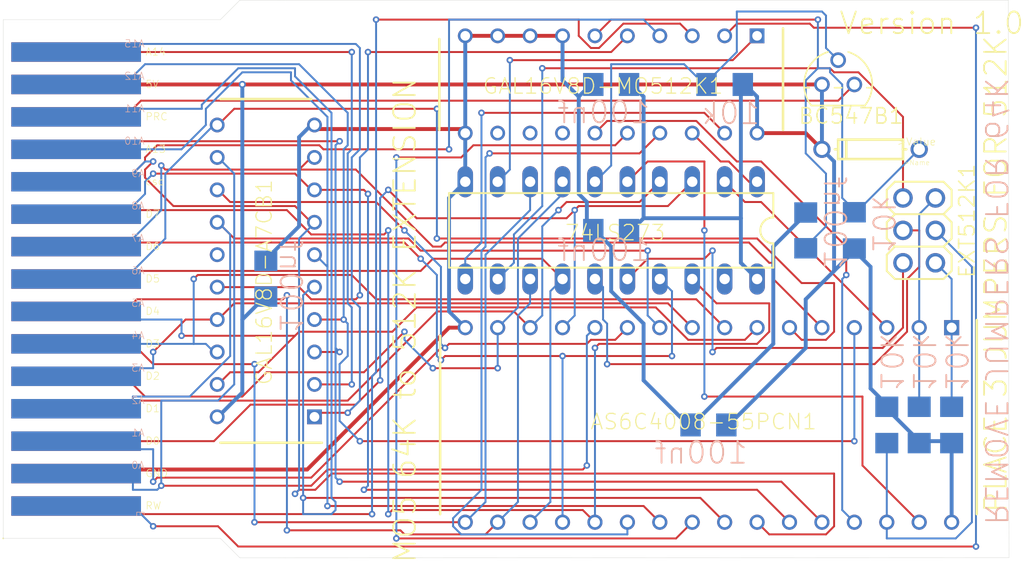
<source format=kicad_pcb>
(kicad_pcb (version 20171130) (host pcbnew "(5.1.9)-1")

  (general
    (thickness 1.6)
    (drawings 19)
    (tracks 641)
    (zones 0)
    (modules 18)
    (nets 52)
  )

  (page A4)
  (layers
    (0 Top signal)
    (31 Bottom signal)
    (32 B.Adhes user)
    (33 F.Adhes user)
    (34 B.Paste user)
    (35 F.Paste user)
    (36 B.SilkS user)
    (37 F.SilkS user)
    (38 B.Mask user)
    (39 F.Mask user)
    (40 Dwgs.User user)
    (41 Cmts.User user)
    (42 Eco1.User user)
    (43 Eco2.User user)
    (44 Edge.Cuts user)
    (45 Margin user)
    (46 B.CrtYd user)
    (47 F.CrtYd user)
    (48 B.Fab user)
    (49 F.Fab user)
  )

  (setup
    (last_trace_width 0.25)
    (trace_clearance 0.1524)
    (zone_clearance 0.508)
    (zone_45_only no)
    (trace_min 0.1524)
    (via_size 0.8)
    (via_drill 0.4)
    (via_min_size 0.4)
    (via_min_drill 0.254)
    (uvia_size 0.3)
    (uvia_drill 0.1)
    (uvias_allowed no)
    (uvia_min_size 0.2)
    (uvia_min_drill 0.1)
    (edge_width 0.05)
    (segment_width 0.2)
    (pcb_text_width 0.3)
    (pcb_text_size 1.5 1.5)
    (mod_edge_width 0.12)
    (mod_text_size 1 1)
    (mod_text_width 0.15)
    (pad_size 1.524 1.524)
    (pad_drill 0.762)
    (pad_to_mask_clearance 0)
    (aux_axis_origin 0 0)
    (visible_elements FFFFFF7F)
    (pcbplotparams
      (layerselection 0x010fc_ffffffff)
      (usegerberextensions false)
      (usegerberattributes true)
      (usegerberadvancedattributes true)
      (creategerberjobfile true)
      (excludeedgelayer true)
      (linewidth 0.100000)
      (plotframeref false)
      (viasonmask false)
      (mode 1)
      (useauxorigin false)
      (hpglpennumber 1)
      (hpglpenspeed 20)
      (hpglpendiameter 15.000000)
      (psnegative false)
      (psa4output false)
      (plotreference true)
      (plotvalue true)
      (plotinvisibletext false)
      (padsonsilk false)
      (subtractmaskfromsilk false)
      (outputformat 1)
      (mirror false)
      (drillshape 1)
      (scaleselection 1)
      (outputdirectory ""))
  )

  (net 0 "")
  (net 1 GND)
  (net 2 VCC)
  (net 3 /E)
  (net 4 /A0)
  (net 5 /A1)
  (net 6 /A2)
  (net 7 /A3)
  (net 8 /A4)
  (net 9 /A5)
  (net 10 /A6)
  (net 11 /A7)
  (net 12 /A8)
  (net 13 /A9)
  (net 14 /A10)
  (net 15 /A11)
  (net 16 /A12)
  (net 17 /A15)
  (net 18 /R/W)
  (net 19 /D0)
  (net 20 /D1)
  (net 21 /D2)
  (net 22 /D3)
  (net 23 /D4)
  (net 24 /D5)
  (net 25 /D6)
  (net 26 /D7)
  (net 27 /CSC)
  (net 28 /A13)
  (net 29 /CLK)
  (net 30 /A14)
  (net 31 /CLRN)
  (net 32 "Net-(74LS273-Pad19)")
  (net 33 /ORA18)
  (net 34 /ORA17)
  (net 35 /ORA16)
  (net 36 /WEN)
  (net 37 /RA15)
  (net 38 "Net-(74LS273-Pad6)")
  (net 39 /RA14)
  (net 40 /CLR)
  (net 41 /RA16)
  (net 42 /RA17)
  (net 43 /RA18)
  (net 44 /A7CB)
  (net 45 /RCE)
  (net 46 /ROE)
  (net 47 /RWE)
  (net 48 "Net-(GAL16V8D-A7CB1-Pad15)")
  (net 49 "Net-(GAL16V8D-MO512K1-Pad14)")
  (net 50 "Net-(GAL16V8D-MO512K1-Pad13)")
  (net 51 "Net-(GAL16V8D-MO512K1-Pad12)")

  (net_class Default "This is the default net class."
    (clearance 0.1524)
    (trace_width 0.25)
    (via_dia 0.8)
    (via_drill 0.4)
    (uvia_dia 0.3)
    (uvia_drill 0.1)
    (add_net /A0)
    (add_net /A1)
    (add_net /A10)
    (add_net /A11)
    (add_net /A12)
    (add_net /A13)
    (add_net /A14)
    (add_net /A15)
    (add_net /A2)
    (add_net /A3)
    (add_net /A4)
    (add_net /A5)
    (add_net /A6)
    (add_net /A7)
    (add_net /A7CB)
    (add_net /A8)
    (add_net /A9)
    (add_net /CLK)
    (add_net /CLR)
    (add_net /CLRN)
    (add_net /CSC)
    (add_net /D0)
    (add_net /D1)
    (add_net /D2)
    (add_net /D3)
    (add_net /D4)
    (add_net /D5)
    (add_net /D6)
    (add_net /D7)
    (add_net /E)
    (add_net /ORA16)
    (add_net /ORA17)
    (add_net /ORA18)
    (add_net /R/W)
    (add_net /RA14)
    (add_net /RA15)
    (add_net /RA16)
    (add_net /RA17)
    (add_net /RA18)
    (add_net /RCE)
    (add_net /ROE)
    (add_net /RWE)
    (add_net /WEN)
    (add_net GND)
    (add_net "Net-(74LS273-Pad19)")
    (add_net "Net-(74LS273-Pad6)")
    (add_net "Net-(GAL16V8D-A7CB1-Pad15)")
    (add_net "Net-(GAL16V8D-MO512K1-Pad12)")
    (add_net "Net-(GAL16V8D-MO512K1-Pad13)")
    (add_net "Net-(GAL16V8D-MO512K1-Pad14)")
    (add_net VCC)
  )

  (module ext512K-7:MEMO5-BOARD (layer Top) (tedit 0) (tstamp 6023E5B9)
    (at 109.1057 102.4636 270)
    (path /F805A286)
    (fp_text reference U$1 (at 0 0 270) (layer F.SilkS) hide
      (effects (font (size 1.27 1.27) (thickness 0.15)) (justify right top))
    )
    (fp_text value MEMO5-V2BRD (at 0 0 270) (layer F.SilkS) hide
      (effects (font (size 1.27 1.27) (thickness 0.15)) (justify right top))
    )
    (fp_text user A5 (at 4.7625 -11.1125 180) (layer B.SilkS)
      (effects (font (size 0.57912 0.57912) (thickness 0.048768)) (justify left bottom mirror))
    )
    (fp_text user A4 (at 7.3025 -11.1125 180) (layer B.SilkS)
      (effects (font (size 0.57912 0.57912) (thickness 0.048768)) (justify left bottom mirror))
    )
    (fp_text user A3 (at 9.8425 -11.1125 180) (layer B.SilkS)
      (effects (font (size 0.57912 0.57912) (thickness 0.048768)) (justify left bottom mirror))
    )
    (fp_text user A2 (at 12.3825 -11.1125 180) (layer B.SilkS)
      (effects (font (size 0.57912 0.57912) (thickness 0.048768)) (justify left bottom mirror))
    )
    (fp_text user A1 (at 14.9225 -11.1125 180) (layer B.SilkS)
      (effects (font (size 0.57912 0.57912) (thickness 0.048768)) (justify left bottom mirror))
    )
    (fp_text user A0 (at 17.4625 -11.1125 180) (layer B.SilkS)
      (effects (font (size 0.57912 0.57912) (thickness 0.048768)) (justify left bottom mirror))
    )
    (fp_text user E (at 20.6375 -11.1125 270) (layer B.SilkS)
      (effects (font (size 0.57912 0.57912) (thickness 0.048768)) (justify left bottom mirror))
    )
    (fp_text user A6 (at 2.2225 -11.1125 180) (layer B.SilkS)
      (effects (font (size 0.57912 0.57912) (thickness 0.048768)) (justify left bottom mirror))
    )
    (fp_text user A7 (at -0.3175 -11.1125 180) (layer B.SilkS)
      (effects (font (size 0.57912 0.57912) (thickness 0.048768)) (justify left bottom mirror))
    )
    (fp_text user A8 (at -2.8575 -11.1125 180) (layer B.SilkS)
      (effects (font (size 0.57912 0.57912) (thickness 0.048768)) (justify left bottom mirror))
    )
    (fp_text user A9 (at -5.3975 -11.1125 180) (layer B.SilkS)
      (effects (font (size 0.57912 0.57912) (thickness 0.048768)) (justify left bottom mirror))
    )
    (fp_text user A10 (at -7.9375 -11.1125 180) (layer B.SilkS)
      (effects (font (size 0.57912 0.57912) (thickness 0.048768)) (justify left bottom mirror))
    )
    (fp_text user A11 (at -10.4775 -11.1125 180) (layer B.SilkS)
      (effects (font (size 0.57912 0.57912) (thickness 0.048768)) (justify left bottom mirror))
    )
    (fp_text user A12 (at -13.0175 -11.1125 180) (layer B.SilkS)
      (effects (font (size 0.57912 0.57912) (thickness 0.048768)) (justify left bottom mirror))
    )
    (fp_text user A15 (at -15.5575 -11.1125 180) (layer B.SilkS)
      (effects (font (size 0.57912 0.57912) (thickness 0.048768)) (justify left bottom mirror))
    )
    (fp_text user RW (at 20.6375 -11.1125) (layer F.SilkS)
      (effects (font (size 0.57912 0.57912) (thickness 0.048768)) (justify left bottom))
    )
    (fp_text user GND (at 18.0975 -11.1125) (layer F.SilkS)
      (effects (font (size 0.57912 0.57912) (thickness 0.048768)) (justify left bottom))
    )
    (fp_text user D0 (at 15.5575 -11.1125) (layer F.SilkS)
      (effects (font (size 0.57912 0.57912) (thickness 0.048768)) (justify left bottom))
    )
    (fp_text user D1 (at 13.0175 -11.1125) (layer F.SilkS)
      (effects (font (size 0.57912 0.57912) (thickness 0.048768)) (justify left bottom))
    )
    (fp_text user D2 (at 10.4775 -11.1125) (layer F.SilkS)
      (effects (font (size 0.57912 0.57912) (thickness 0.048768)) (justify left bottom))
    )
    (fp_text user D3 (at 7.9375 -11.1125) (layer F.SilkS)
      (effects (font (size 0.57912 0.57912) (thickness 0.048768)) (justify left bottom))
    )
    (fp_text user D4 (at 5.3975 -11.1125) (layer F.SilkS)
      (effects (font (size 0.57912 0.57912) (thickness 0.048768)) (justify left bottom))
    )
    (fp_text user D5 (at 2.8575 -11.1125) (layer F.SilkS)
      (effects (font (size 0.57912 0.57912) (thickness 0.048768)) (justify left bottom))
    )
    (fp_text user D6 (at 0.3175 -11.1125) (layer F.SilkS)
      (effects (font (size 0.57912 0.57912) (thickness 0.048768)) (justify left bottom))
    )
    (fp_text user D7 (at -2.2225 -11.1125) (layer F.SilkS)
      (effects (font (size 0.57912 0.57912) (thickness 0.048768)) (justify left bottom))
    )
    (fp_text user csc (at -4.7625 -11.1125) (layer F.SilkS)
      (effects (font (size 0.57912 0.57912) (thickness 0.048768)) (justify left bottom))
    )
    (fp_text user A13 (at -7.3025 -11.1125) (layer F.SilkS)
      (effects (font (size 0.57912 0.57912) (thickness 0.048768)) (justify left bottom))
    )
    (fp_text user PRC (at -9.8425 -11.1125) (layer F.SilkS)
      (effects (font (size 0.57912 0.57912) (thickness 0.048768)) (justify left bottom))
    )
    (fp_text user 5V (at -12.3825 -11.1125) (layer F.SilkS)
      (effects (font (size 0.57912 0.57912) (thickness 0.048768)) (justify left bottom))
    )
    (fp_text user A14 (at -14.9225 -11.1125) (layer F.SilkS)
      (effects (font (size 0.57912 0.57912) (thickness 0.048768)) (justify left bottom))
    )
    (fp_poly (pts (xy 21.082 -3.81) (xy 22.86 -3.81) (xy 22.86 -9.906) (xy 21.082 -9.906)) (layer Dwgs.User) (width 0))
    (fp_poly (pts (xy 18.542 -3.81) (xy 19.558 -3.81) (xy 19.558 -9.906) (xy 18.542 -9.906)) (layer Dwgs.User) (width 0))
    (fp_poly (pts (xy 16.002 -3.81) (xy 17.018 -3.81) (xy 17.018 -9.906) (xy 16.002 -9.906)) (layer Dwgs.User) (width 0))
    (fp_poly (pts (xy 13.462 -3.81) (xy 14.478 -3.81) (xy 14.478 -9.906) (xy 13.462 -9.906)) (layer Dwgs.User) (width 0))
    (fp_poly (pts (xy 10.922 -3.81) (xy 11.938 -3.81) (xy 11.938 -9.906) (xy 10.922 -9.906)) (layer Dwgs.User) (width 0))
    (fp_poly (pts (xy 8.382 -3.81) (xy 9.398 -3.81) (xy 9.398 -9.906) (xy 8.382 -9.906)) (layer Dwgs.User) (width 0))
    (fp_poly (pts (xy 5.842 -3.81) (xy 6.858 -3.81) (xy 6.858 -9.906) (xy 5.842 -9.906)) (layer Dwgs.User) (width 0))
    (fp_poly (pts (xy 3.302 -3.81) (xy 4.318 -3.81) (xy 4.318 -9.906) (xy 3.302 -9.906)) (layer Dwgs.User) (width 0))
    (fp_poly (pts (xy 0.762 -3.81) (xy 1.778 -3.81) (xy 1.778 -9.906) (xy 0.762 -9.906)) (layer Dwgs.User) (width 0))
    (fp_poly (pts (xy -1.778 -3.81) (xy -0.762 -3.81) (xy -0.762 -9.906) (xy -1.778 -9.906)) (layer Dwgs.User) (width 0))
    (fp_poly (pts (xy -4.318 -3.81) (xy -3.302 -3.81) (xy -3.302 -9.906) (xy -4.318 -9.906)) (layer Dwgs.User) (width 0))
    (fp_poly (pts (xy -6.858 -3.81) (xy -5.842 -3.81) (xy -5.842 -9.906) (xy -6.858 -9.906)) (layer Dwgs.User) (width 0))
    (fp_poly (pts (xy -9.398 -3.81) (xy -8.382 -3.81) (xy -8.382 -9.906) (xy -9.398 -9.906)) (layer Dwgs.User) (width 0))
    (fp_poly (pts (xy -11.938 -3.81) (xy -10.922 -3.81) (xy -10.922 -9.906) (xy -11.938 -9.906)) (layer Dwgs.User) (width 0))
    (fp_poly (pts (xy -14.478 -3.81) (xy -13.462 -3.81) (xy -13.462 -9.906) (xy -14.478 -9.906)) (layer Dwgs.User) (width 0))
    (fp_poly (pts (xy -17.78 -3.81) (xy -16.002 -3.81) (xy -16.002 -9.906) (xy -17.78 -9.906)) (layer Dwgs.User) (width 0))
    (fp_poly (pts (xy 21.082 -3.81) (xy 22.86 -3.81) (xy 22.86 -9.906) (xy 21.082 -9.906)) (layer Dwgs.User) (width 0))
    (fp_poly (pts (xy 18.542 -3.81) (xy 19.558 -3.81) (xy 19.558 -9.906) (xy 18.542 -9.906)) (layer Dwgs.User) (width 0))
    (fp_poly (pts (xy 16.002 -3.81) (xy 17.018 -3.81) (xy 17.018 -9.906) (xy 16.002 -9.906)) (layer Dwgs.User) (width 0))
    (fp_poly (pts (xy 13.462 -3.81) (xy 14.478 -3.81) (xy 14.478 -9.906) (xy 13.462 -9.906)) (layer Dwgs.User) (width 0))
    (fp_poly (pts (xy 10.922 -3.81) (xy 11.938 -3.81) (xy 11.938 -9.906) (xy 10.922 -9.906)) (layer Dwgs.User) (width 0))
    (fp_poly (pts (xy 8.382 -3.81) (xy 9.398 -3.81) (xy 9.398 -9.906) (xy 8.382 -9.906)) (layer Dwgs.User) (width 0))
    (fp_poly (pts (xy 5.842 -3.81) (xy 6.858 -3.81) (xy 6.858 -9.906) (xy 5.842 -9.906)) (layer Dwgs.User) (width 0))
    (fp_poly (pts (xy 3.302 -3.81) (xy 4.318 -3.81) (xy 4.318 -9.906) (xy 3.302 -9.906)) (layer Dwgs.User) (width 0))
    (fp_poly (pts (xy 0.762 -3.81) (xy 1.778 -3.81) (xy 1.778 -9.906) (xy 0.762 -9.906)) (layer Dwgs.User) (width 0))
    (fp_poly (pts (xy -1.778 -3.81) (xy -0.762 -3.81) (xy -0.762 -9.906) (xy -1.778 -9.906)) (layer Dwgs.User) (width 0))
    (fp_poly (pts (xy -4.318 -3.81) (xy -3.302 -3.81) (xy -3.302 -9.906) (xy -4.318 -9.906)) (layer Dwgs.User) (width 0))
    (fp_poly (pts (xy -6.858 -3.81) (xy -5.842 -3.81) (xy -5.842 -9.906) (xy -6.858 -9.906)) (layer Dwgs.User) (width 0))
    (fp_poly (pts (xy -9.398 -3.81) (xy -8.382 -3.81) (xy -8.382 -9.906) (xy -9.398 -9.906)) (layer Dwgs.User) (width 0))
    (fp_poly (pts (xy -11.938 -3.81) (xy -10.922 -3.81) (xy -10.922 -9.906) (xy -11.938 -9.906)) (layer Dwgs.User) (width 0))
    (fp_poly (pts (xy -14.478 -3.81) (xy -13.462 -3.81) (xy -13.462 -9.906) (xy -14.478 -9.906)) (layer Dwgs.User) (width 0))
    (fp_poly (pts (xy -17.78 -3.81) (xy -16.002 -3.81) (xy -16.002 -9.906) (xy -17.78 -9.906)) (layer Dwgs.User) (width 0))
    (fp_poly (pts (xy -17.78 0) (xy 22.86 0) (xy 22.86 -3.81) (xy -17.78 -3.81)) (layer Dwgs.User) (width 0))
    (fp_poly (pts (xy -17.78 0) (xy 22.86 0) (xy 22.86 -3.81) (xy -17.78 -3.81)) (layer Dwgs.User) (width 0))
    (fp_poly (pts (xy -17.78 0) (xy 22.86 0) (xy 22.86 -3.81) (xy -17.78 -3.81)) (layer Dwgs.User) (width 0))
    (fp_poly (pts (xy -17.78 0) (xy 22.86 0) (xy 22.86 -3.81) (xy -17.78 -3.81)) (layer Dwgs.User) (width 0))
    (fp_line (start 24.384 -18.542) (end 24.384 -21.59) (layer Edge.Cuts) (width 0.0254))
    (fp_line (start -19.304 -18.542) (end -19.304 -21.59) (layer Edge.Cuts) (width 0.0254))
    (fp_line (start -17.78 -17.018) (end -19.304 -18.542) (layer Edge.Cuts) (width 0.0254))
    (fp_line (start 22.86 -17.018) (end 24.384 -18.542) (layer Edge.Cuts) (width 0.0254))
    (fp_line (start 22.86 0) (end 22.86 -17.018) (layer Edge.Cuts) (width 0.0254))
    (fp_line (start -17.78 0) (end -17.78 -17.018) (layer Edge.Cuts) (width 0.0254))
    (fp_line (start 22.86 0) (end 22.85 0) (layer F.SilkS) (width 0.127))
    (fp_line (start -17.78 0) (end 22.86 0) (layer Edge.Cuts) (width 0.0254))
    (pad E smd rect (at 20.32 -5.715 270) (size 1.524 10.16) (layers Bottom B.Paste B.Mask)
      (net 3 /E) (solder_mask_margin 0.0635))
    (pad A0 smd rect (at 17.78 -5.715 270) (size 1.524 10.16) (layers Bottom B.Paste B.Mask)
      (net 4 /A0) (solder_mask_margin 0.0635))
    (pad A1 smd rect (at 15.24 -5.715 270) (size 1.524 10.16) (layers Bottom B.Paste B.Mask)
      (net 5 /A1) (solder_mask_margin 0.0635))
    (pad A2 smd rect (at 12.7 -5.715 270) (size 1.524 10.16) (layers Bottom B.Paste B.Mask)
      (net 6 /A2) (solder_mask_margin 0.0635))
    (pad A3 smd rect (at 10.16 -5.715 270) (size 1.524 10.16) (layers Bottom B.Paste B.Mask)
      (net 7 /A3) (solder_mask_margin 0.0635))
    (pad A4 smd rect (at 7.62 -5.715 270) (size 1.524 10.16) (layers Bottom B.Paste B.Mask)
      (net 8 /A4) (solder_mask_margin 0.0635))
    (pad A5 smd rect (at 5.08 -5.715 270) (size 1.524 10.16) (layers Bottom B.Paste B.Mask)
      (net 9 /A5) (solder_mask_margin 0.0635))
    (pad A6 smd rect (at 2.54 -5.715 270) (size 1.524 10.16) (layers Bottom B.Paste B.Mask)
      (net 10 /A6) (solder_mask_margin 0.0635))
    (pad A7 smd rect (at 0 -5.715 270) (size 1.524 10.16) (layers Bottom B.Paste B.Mask)
      (net 11 /A7) (solder_mask_margin 0.0635))
    (pad A8 smd rect (at -2.54 -5.715 270) (size 1.524 10.16) (layers Bottom B.Paste B.Mask)
      (net 12 /A8) (solder_mask_margin 0.0635))
    (pad A9 smd rect (at -5.08 -5.715 270) (size 1.524 10.16) (layers Bottom B.Paste B.Mask)
      (net 13 /A9) (solder_mask_margin 0.0635))
    (pad A10 smd rect (at -7.62 -5.715 270) (size 1.524 10.16) (layers Bottom B.Paste B.Mask)
      (net 14 /A10) (solder_mask_margin 0.0635))
    (pad A11 smd rect (at -10.16 -5.715 270) (size 1.524 10.16) (layers Bottom B.Paste B.Mask)
      (net 15 /A11) (solder_mask_margin 0.0635))
    (pad A12 smd rect (at -12.7 -5.715 270) (size 1.524 10.16) (layers Bottom B.Paste B.Mask)
      (net 16 /A12) (solder_mask_margin 0.0635))
    (pad A15 smd rect (at -15.24 -5.715 270) (size 1.524 10.16) (layers Bottom B.Paste B.Mask)
      (net 17 /A15) (solder_mask_margin 0.0635))
    (pad RW smd rect (at 20.32 -5.715 270) (size 1.524 10.16) (layers Top F.Paste F.Mask)
      (net 18 /R/W) (solder_mask_margin 0.0635))
    (pad GND smd rect (at 17.78 -5.715 270) (size 1.524 10.16) (layers Top F.Paste F.Mask)
      (net 1 GND) (solder_mask_margin 0.0635))
    (pad D0 smd rect (at 15.24 -5.715 270) (size 1.524 10.16) (layers Top F.Paste F.Mask)
      (net 19 /D0) (solder_mask_margin 0.0635))
    (pad D1 smd rect (at 12.7 -5.715 270) (size 1.524 10.16) (layers Top F.Paste F.Mask)
      (net 20 /D1) (solder_mask_margin 0.0635))
    (pad D2 smd rect (at 10.16 -5.715 270) (size 1.524 10.16) (layers Top F.Paste F.Mask)
      (net 21 /D2) (solder_mask_margin 0.0635))
    (pad D3 smd rect (at 7.62 -5.715 270) (size 1.524 10.16) (layers Top F.Paste F.Mask)
      (net 22 /D3) (solder_mask_margin 0.0635))
    (pad D4 smd rect (at 5.08 -5.715 270) (size 1.524 10.16) (layers Top F.Paste F.Mask)
      (net 23 /D4) (solder_mask_margin 0.0635))
    (pad D5 smd rect (at 2.54 -5.715 270) (size 1.524 10.16) (layers Top F.Paste F.Mask)
      (net 24 /D5) (solder_mask_margin 0.0635))
    (pad D6 smd rect (at 0 -5.715 270) (size 1.524 10.16) (layers Top F.Paste F.Mask)
      (net 25 /D6) (solder_mask_margin 0.0635))
    (pad D7 smd rect (at -2.54 -5.715 270) (size 1.524 10.16) (layers Top F.Paste F.Mask)
      (net 26 /D7) (solder_mask_margin 0.0635))
    (pad CSC smd rect (at -5.08 -5.715 270) (size 1.524 10.16) (layers Top F.Paste F.Mask)
      (net 27 /CSC) (solder_mask_margin 0.0635))
    (pad A13 smd rect (at -7.62 -5.715 270) (size 1.524 10.16) (layers Top F.Paste F.Mask)
      (net 28 /A13) (solder_mask_margin 0.0635))
    (pad PRC smd rect (at -10.16 -5.715 270) (size 1.524 10.16) (layers Top F.Paste F.Mask)
      (net 29 /CLK) (solder_mask_margin 0.0635))
    (pad 5V smd rect (at -12.7 -5.715 270) (size 1.524 10.16) (layers Top F.Paste F.Mask)
      (net 2 VCC) (solder_mask_margin 0.0635))
    (pad A14 smd rect (at -15.24 -5.715 270) (size 1.524 10.16) (layers Top F.Paste F.Mask)
      (net 30 /A14) (solder_mask_margin 0.0635))
  )

  (module ext512K-7:C1206 (layer Bottom) (tedit 0) (tstamp 6023E624)
    (at 171.9707 101.1936 90)
    (descr <b>CAPACITOR</b>)
    (path /6689BFDA)
    (fp_text reference C7 (at -1.27 1.27 90) (layer B.SilkS) hide
      (effects (font (size 1.2065 1.2065) (thickness 0.1016)) (justify right bottom mirror))
    )
    (fp_text value 100nf (at -2.286 1.524 90) (layer B.Fab)
      (effects (font (size 1.2065 1.2065) (thickness 0.09652)) (justify right bottom mirror))
    )
    (fp_poly (pts (xy -0.1999 -0.4001) (xy 0.1999 -0.4001) (xy 0.1999 0.4001) (xy -0.1999 0.4001)) (layer B.Adhes) (width 0))
    (fp_poly (pts (xy 0.9517 -0.8491) (xy 1.7018 -0.8491) (xy 1.7018 0.8509) (xy 0.9517 0.8509)) (layer B.Fab) (width 0))
    (fp_poly (pts (xy -1.7018 -0.8509) (xy -0.9517 -0.8509) (xy -0.9517 0.8491) (xy -1.7018 0.8491)) (layer B.Fab) (width 0))
    (fp_line (start -0.965 -0.787) (end 0.965 -0.787) (layer B.Fab) (width 0.1016))
    (fp_line (start -0.965 0.787) (end 0.965 0.787) (layer B.Fab) (width 0.1016))
    (fp_line (start 2.473 0.983) (end 2.473 -0.983) (layer Dwgs.User) (width 0.0508))
    (fp_line (start -2.473 -0.983) (end -2.473 0.983) (layer Dwgs.User) (width 0.0508))
    (fp_line (start 2.473 -0.983) (end -2.473 -0.983) (layer Dwgs.User) (width 0.0508))
    (fp_line (start -2.473 0.983) (end 2.473 0.983) (layer Dwgs.User) (width 0.0508))
    (pad 2 smd rect (at 1.4 0 90) (size 1.6 1.8) (layers Bottom B.Paste B.Mask)
      (net 1 GND) (solder_mask_margin 0.0635))
    (pad 1 smd rect (at -1.4 0 90) (size 1.6 1.8) (layers Bottom B.Paste B.Mask)
      (net 31 /CLRN) (solder_mask_margin 0.0635))
  )

  (module ext512K-7:R1206 (layer Bottom) (tedit 0) (tstamp 6023E632)
    (at 175.7807 101.1936 270)
    (descr <b>RESISTOR</b>)
    (path /EDDA057D)
    (fp_text reference R7 (at -1.27 1.27 270) (layer B.SilkS) hide
      (effects (font (size 1.2065 1.2065) (thickness 0.1016)) (justify right bottom mirror))
    )
    (fp_text value 10k (at -1.143 -2.159 90) (layer B.Fab)
      (effects (font (size 1.2065 1.2065) (thickness 0.09652)) (justify right bottom mirror))
    )
    (fp_poly (pts (xy -0.3 -0.7) (xy 0.3 -0.7) (xy 0.3 0.7) (xy -0.3 0.7)) (layer B.Adhes) (width 0))
    (fp_poly (pts (xy 0.9525 -0.8763) (xy 1.6891 -0.8763) (xy 1.6891 0.8763) (xy 0.9525 0.8763)) (layer B.Fab) (width 0))
    (fp_poly (pts (xy -1.6891 -0.8763) (xy -0.9525 -0.8763) (xy -0.9525 0.8763) (xy -1.6891 0.8763)) (layer B.Fab) (width 0))
    (fp_line (start -2.473 -0.983) (end -2.473 0.983) (layer Dwgs.User) (width 0.0508))
    (fp_line (start 2.473 -0.983) (end -2.473 -0.983) (layer Dwgs.User) (width 0.0508))
    (fp_line (start 2.473 0.983) (end 2.473 -0.983) (layer Dwgs.User) (width 0.0508))
    (fp_line (start -2.473 0.983) (end 2.473 0.983) (layer Dwgs.User) (width 0.0508))
    (fp_line (start 0.9525 0.8128) (end -0.9652 0.8128) (layer B.Fab) (width 0.1524))
    (fp_line (start 0.9525 -0.8128) (end -0.9652 -0.8128) (layer B.Fab) (width 0.1524))
    (pad 1 smd rect (at -1.422 0 270) (size 1.6 1.803) (layers Bottom B.Paste B.Mask)
      (net 31 /CLRN) (solder_mask_margin 0.0635))
    (pad 2 smd rect (at 1.422 0 270) (size 1.6 1.803) (layers Bottom B.Paste B.Mask)
      (net 2 VCC) (solder_mask_margin 0.0635))
  )

  (module ext512K-7:DO-1N4148 (layer Top) (tedit 0) (tstamp 6023E640)
    (at 177.0507 94.8436 180)
    (path /653666B8)
    (fp_text reference D2 (at 0 0 180) (layer F.SilkS) hide
      (effects (font (size 1.27 1.27) (thickness 0.15)) (justify right top))
    )
    (fp_text value 1N4148 (at -2.032 0.254) (layer F.SilkS) hide
      (effects (font (size 0.57912 0.57912) (thickness 0.046329)))
    )
    (fp_text user >Value (at -2.032 0.254 180) (layer F.SilkS)
      (effects (font (size 0.57912 0.57912) (thickness 0.048768)) (justify left bottom))
    )
    (fp_text user >Name (at -2.54 -1.27 180) (layer F.SilkS)
      (effects (font (size 0.38608 0.38608) (thickness 0.032512)) (justify left bottom))
    )
    (fp_line (start 1.905 -0.635) (end 1.905 0.635) (layer F.SilkS) (width 0.2032))
    (fp_line (start -2.54 0) (end -2.794 0) (layer F.SilkS) (width 0.2032))
    (fp_line (start 2.54 0) (end 2.794 0) (layer F.SilkS) (width 0.2032))
    (fp_line (start -2.54 0) (end -2.54 -0.762) (layer F.SilkS) (width 0.2032))
    (fp_line (start -2.54 0.762) (end -2.54 0) (layer F.SilkS) (width 0.2032))
    (fp_line (start 2.54 0.762) (end -2.54 0.762) (layer F.SilkS) (width 0.2032))
    (fp_line (start 2.54 0) (end 2.54 0.762) (layer F.SilkS) (width 0.2032))
    (fp_line (start 2.54 -0.762) (end 2.54 0) (layer F.SilkS) (width 0.2032))
    (fp_line (start -2.54 -0.762) (end 2.54 -0.762) (layer F.SilkS) (width 0.2032))
    (pad C thru_hole circle (at 3.81 0 180) (size 1.35 1.35) (drill 0.9) (layers *.Cu *.Mask)
      (net 2 VCC) (solder_mask_margin 0.0635))
    (pad A thru_hole circle (at -3.81 0 180) (size 1.35 1.35) (drill 0.9) (layers *.Cu *.Mask)
      (net 31 /CLRN) (solder_mask_margin 0.0635))
  )

  (module ext512K-7:DIL20 (layer Top) (tedit 0) (tstamp 6023E650)
    (at 156.7307 101.1936 180)
    (descr "<b>Dual In Line Package</b>")
    (path /AF5B406F)
    (fp_text reference 74LS273 (at 3.683 -0.889) (layer F.SilkS)
      (effects (font (size 1.2065 1.2065) (thickness 0.09652)) (justify left bottom))
    )
    (fp_text value 74273N (at -9.779 0.381 180) (layer F.Fab) hide
      (effects (font (size 1.2065 1.2065) (thickness 0.1016)) (justify right top))
    )
    (fp_arc (start -12.7 0) (end -12.7 -1.016) (angle 180) (layer F.SilkS) (width 0.1524))
    (fp_line (start -12.7 2.921) (end -12.7 1.016) (layer F.SilkS) (width 0.1524))
    (fp_line (start -12.7 -2.921) (end -12.7 -1.016) (layer F.SilkS) (width 0.1524))
    (fp_line (start 12.7 -2.921) (end 12.7 2.921) (layer F.SilkS) (width 0.1524))
    (fp_line (start -12.7 2.921) (end 12.7 2.921) (layer F.SilkS) (width 0.1524))
    (fp_line (start 12.7 -2.921) (end -12.7 -2.921) (layer F.SilkS) (width 0.1524))
    (pad 20 thru_hole oval (at -11.43 -3.81 270) (size 2.4384 1.2192) (drill 0.8128) (layers *.Cu *.Mask)
      (net 2 VCC) (solder_mask_margin 0.0635))
    (pad 19 thru_hole oval (at -8.89 -3.81 270) (size 2.4384 1.2192) (drill 0.8128) (layers *.Cu *.Mask)
      (net 32 "Net-(74LS273-Pad19)") (solder_mask_margin 0.0635))
    (pad 18 thru_hole oval (at -6.35 -3.81 270) (size 2.4384 1.2192) (drill 0.8128) (layers *.Cu *.Mask)
      (net 26 /D7) (solder_mask_margin 0.0635))
    (pad 17 thru_hole oval (at -3.81 -3.81 270) (size 2.4384 1.2192) (drill 0.8128) (layers *.Cu *.Mask)
      (net 25 /D6) (solder_mask_margin 0.0635))
    (pad 16 thru_hole oval (at -1.27 -3.81 270) (size 2.4384 1.2192) (drill 0.8128) (layers *.Cu *.Mask)
      (net 33 /ORA18) (solder_mask_margin 0.0635))
    (pad 15 thru_hole oval (at 1.27 -3.81 270) (size 2.4384 1.2192) (drill 0.8128) (layers *.Cu *.Mask)
      (net 34 /ORA17) (solder_mask_margin 0.0635))
    (pad 14 thru_hole oval (at 3.81 -3.81 270) (size 2.4384 1.2192) (drill 0.8128) (layers *.Cu *.Mask)
      (net 24 /D5) (solder_mask_margin 0.0635))
    (pad 13 thru_hole oval (at 6.35 -3.81 270) (size 2.4384 1.2192) (drill 0.8128) (layers *.Cu *.Mask)
      (net 23 /D4) (solder_mask_margin 0.0635))
    (pad 12 thru_hole oval (at 8.89 -3.81 270) (size 2.4384 1.2192) (drill 0.8128) (layers *.Cu *.Mask)
      (net 35 /ORA16) (solder_mask_margin 0.0635))
    (pad 11 thru_hole oval (at 11.43 -3.81 270) (size 2.4384 1.2192) (drill 0.8128) (layers *.Cu *.Mask)
      (net 29 /CLK) (solder_mask_margin 0.0635))
    (pad 10 thru_hole oval (at 11.43 3.81 270) (size 2.4384 1.2192) (drill 0.8128) (layers *.Cu *.Mask)
      (net 1 GND) (solder_mask_margin 0.0635))
    (pad 9 thru_hole oval (at 8.89 3.81 270) (size 2.4384 1.2192) (drill 0.8128) (layers *.Cu *.Mask)
      (net 36 /WEN) (solder_mask_margin 0.0635))
    (pad 5 thru_hole oval (at -1.27 3.81 270) (size 2.4384 1.2192) (drill 0.8128) (layers *.Cu *.Mask)
      (net 37 /RA15) (solder_mask_margin 0.0635))
    (pad 6 thru_hole oval (at 1.27 3.81 270) (size 2.4384 1.2192) (drill 0.8128) (layers *.Cu *.Mask)
      (net 38 "Net-(74LS273-Pad6)") (solder_mask_margin 0.0635))
    (pad 4 thru_hole oval (at -3.81 3.81 270) (size 2.4384 1.2192) (drill 0.8128) (layers *.Cu *.Mask)
      (net 20 /D1) (solder_mask_margin 0.0635))
    (pad 3 thru_hole oval (at -6.35 3.81 270) (size 2.4384 1.2192) (drill 0.8128) (layers *.Cu *.Mask)
      (net 19 /D0) (solder_mask_margin 0.0635))
    (pad 8 thru_hole oval (at 6.35 3.81 270) (size 2.4384 1.2192) (drill 0.8128) (layers *.Cu *.Mask)
      (net 22 /D3) (solder_mask_margin 0.0635))
    (pad 7 thru_hole oval (at 3.81 3.81 270) (size 2.4384 1.2192) (drill 0.8128) (layers *.Cu *.Mask)
      (net 21 /D2) (solder_mask_margin 0.0635))
    (pad 2 thru_hole oval (at -8.89 3.81 270) (size 2.4384 1.2192) (drill 0.8128) (layers *.Cu *.Mask)
      (net 39 /RA14) (solder_mask_margin 0.0635))
    (pad 1 thru_hole oval (at -11.43 3.81 270) (size 2.4384 1.2192) (drill 0.8128) (layers *.Cu *.Mask)
      (net 40 /CLR) (solder_mask_margin 0.0635))
  )

  (module ext512K-7:R1206 (layer Bottom) (tedit 0) (tstamp 6023E66D)
    (at 180.8607 116.4336 90)
    (descr <b>RESISTOR</b>)
    (path /1047F363)
    (fp_text reference R6 (at -1.27 1.27 90) (layer B.SilkS) hide
      (effects (font (size 1.2065 1.2065) (thickness 0.1016)) (justify right bottom mirror))
    )
    (fp_text value 10k (at 2.54 -0.635 90) (layer B.Fab)
      (effects (font (size 1.2065 1.2065) (thickness 0.09652)) (justify right bottom mirror))
    )
    (fp_poly (pts (xy -0.3 -0.7) (xy 0.3 -0.7) (xy 0.3 0.7) (xy -0.3 0.7)) (layer B.Adhes) (width 0))
    (fp_poly (pts (xy 0.9525 -0.8763) (xy 1.6891 -0.8763) (xy 1.6891 0.8763) (xy 0.9525 0.8763)) (layer B.Fab) (width 0))
    (fp_poly (pts (xy -1.6891 -0.8763) (xy -0.9525 -0.8763) (xy -0.9525 0.8763) (xy -1.6891 0.8763)) (layer B.Fab) (width 0))
    (fp_line (start -2.473 -0.983) (end -2.473 0.983) (layer Dwgs.User) (width 0.0508))
    (fp_line (start 2.473 -0.983) (end -2.473 -0.983) (layer Dwgs.User) (width 0.0508))
    (fp_line (start 2.473 0.983) (end 2.473 -0.983) (layer Dwgs.User) (width 0.0508))
    (fp_line (start -2.473 0.983) (end 2.473 0.983) (layer Dwgs.User) (width 0.0508))
    (fp_line (start 0.9525 0.8128) (end -0.9652 0.8128) (layer B.Fab) (width 0.1524))
    (fp_line (start 0.9525 -0.8128) (end -0.9652 -0.8128) (layer B.Fab) (width 0.1524))
    (pad 1 smd rect (at -1.422 0 90) (size 1.6 1.803) (layers Bottom B.Paste B.Mask)
      (net 2 VCC) (solder_mask_margin 0.0635))
    (pad 2 smd rect (at 1.422 0 90) (size 1.6 1.803) (layers Bottom B.Paste B.Mask)
      (net 41 /RA16) (solder_mask_margin 0.0635))
  )

  (module ext512K-7:R1206 (layer Bottom) (tedit 0) (tstamp 6023E67B)
    (at 178.3207 116.4336 270)
    (descr <b>RESISTOR</b>)
    (path /3097C624)
    (fp_text reference R8 (at -1.27 1.27 270) (layer B.SilkS) hide
      (effects (font (size 1.2065 1.2065) (thickness 0.1016)) (justify right bottom mirror))
    )
    (fp_text value 10k (at -2.54 0.635004 90) (layer B.Fab)
      (effects (font (size 1.2065 1.2065) (thickness 0.09652)) (justify right bottom mirror))
    )
    (fp_poly (pts (xy -0.3 -0.7) (xy 0.3 -0.7) (xy 0.3 0.7) (xy -0.3 0.7)) (layer B.Adhes) (width 0))
    (fp_poly (pts (xy 0.9525 -0.8763) (xy 1.6891 -0.8763) (xy 1.6891 0.8763) (xy 0.9525 0.8763)) (layer B.Fab) (width 0))
    (fp_poly (pts (xy -1.6891 -0.8763) (xy -0.9525 -0.8763) (xy -0.9525 0.8763) (xy -1.6891 0.8763)) (layer B.Fab) (width 0))
    (fp_line (start -2.473 -0.983) (end -2.473 0.983) (layer Dwgs.User) (width 0.0508))
    (fp_line (start 2.473 -0.983) (end -2.473 -0.983) (layer Dwgs.User) (width 0.0508))
    (fp_line (start 2.473 0.983) (end 2.473 -0.983) (layer Dwgs.User) (width 0.0508))
    (fp_line (start -2.473 0.983) (end 2.473 0.983) (layer Dwgs.User) (width 0.0508))
    (fp_line (start 0.9525 0.8128) (end -0.9652 0.8128) (layer B.Fab) (width 0.1524))
    (fp_line (start 0.9525 -0.8128) (end -0.9652 -0.8128) (layer B.Fab) (width 0.1524))
    (pad 1 smd rect (at -1.422 0 270) (size 1.6 1.803) (layers Bottom B.Paste B.Mask)
      (net 2 VCC) (solder_mask_margin 0.0635))
    (pad 2 smd rect (at 1.422 0 270) (size 1.6 1.803) (layers Bottom B.Paste B.Mask)
      (net 42 /RA17) (solder_mask_margin 0.0635))
  )

  (module ext512K-7:R1206 (layer Bottom) (tedit 0) (tstamp 6023E689)
    (at 183.4007 116.4336 90)
    (descr <b>RESISTOR</b>)
    (path /22FF1DF3)
    (fp_text reference R9 (at -1.27 1.27 90) (layer B.SilkS) hide
      (effects (font (size 1.2065 1.2065) (thickness 0.1016)) (justify right bottom mirror))
    )
    (fp_text value 10k (at 2.54 -0.635 90) (layer B.Fab)
      (effects (font (size 1.2065 1.2065) (thickness 0.09652)) (justify right bottom mirror))
    )
    (fp_poly (pts (xy -0.3 -0.7) (xy 0.3 -0.7) (xy 0.3 0.7) (xy -0.3 0.7)) (layer B.Adhes) (width 0))
    (fp_poly (pts (xy 0.9525 -0.8763) (xy 1.6891 -0.8763) (xy 1.6891 0.8763) (xy 0.9525 0.8763)) (layer B.Fab) (width 0))
    (fp_poly (pts (xy -1.6891 -0.8763) (xy -0.9525 -0.8763) (xy -0.9525 0.8763) (xy -1.6891 0.8763)) (layer B.Fab) (width 0))
    (fp_line (start -2.473 -0.983) (end -2.473 0.983) (layer Dwgs.User) (width 0.0508))
    (fp_line (start 2.473 -0.983) (end -2.473 -0.983) (layer Dwgs.User) (width 0.0508))
    (fp_line (start 2.473 0.983) (end 2.473 -0.983) (layer Dwgs.User) (width 0.0508))
    (fp_line (start -2.473 0.983) (end 2.473 0.983) (layer Dwgs.User) (width 0.0508))
    (fp_line (start 0.9525 0.8128) (end -0.9652 0.8128) (layer B.Fab) (width 0.1524))
    (fp_line (start 0.9525 -0.8128) (end -0.9652 -0.8128) (layer B.Fab) (width 0.1524))
    (pad 1 smd rect (at -1.422 0 90) (size 1.6 1.803) (layers Bottom B.Paste B.Mask)
      (net 2 VCC) (solder_mask_margin 0.0635))
    (pad 2 smd rect (at 1.422 0 90) (size 1.6 1.803) (layers Bottom B.Paste B.Mask)
      (net 43 /RA18) (solder_mask_margin 0.0635))
  )

  (module ext512K-7:2X03 (layer Top) (tedit 0) (tstamp 6023E697)
    (at 180.8607 101.1936 90)
    (descr "<b>PIN HEADER</b>")
    (path /8C365BBE)
    (fp_text reference EXT512K1 (at -3.81 4.445 90) (layer F.SilkS)
      (effects (font (size 1.2065 1.2065) (thickness 0.12065)) (justify left bottom))
    )
    (fp_text value EXT512 (at -3.81 4.445 90) (layer F.Fab) hide
      (effects (font (size 1.2065 1.2065) (thickness 0.1016)) (justify left bottom))
    )
    (fp_poly (pts (xy 2.286 1.524) (xy 2.794 1.524) (xy 2.794 1.016) (xy 2.286 1.016)) (layer F.Fab) (width 0))
    (fp_poly (pts (xy 2.286 -1.016) (xy 2.794 -1.016) (xy 2.794 -1.524) (xy 2.286 -1.524)) (layer F.Fab) (width 0))
    (fp_poly (pts (xy -0.254 1.524) (xy 0.254 1.524) (xy 0.254 1.016) (xy -0.254 1.016)) (layer F.Fab) (width 0))
    (fp_poly (pts (xy -0.254 -1.016) (xy 0.254 -1.016) (xy 0.254 -1.524) (xy -0.254 -1.524)) (layer F.Fab) (width 0))
    (fp_poly (pts (xy -2.794 -1.016) (xy -2.286 -1.016) (xy -2.286 -1.524) (xy -2.794 -1.524)) (layer F.Fab) (width 0))
    (fp_poly (pts (xy -2.794 1.524) (xy -2.286 1.524) (xy -2.286 1.016) (xy -2.794 1.016)) (layer F.Fab) (width 0))
    (fp_line (start 1.905 2.54) (end 3.175 2.54) (layer F.SilkS) (width 0.1524))
    (fp_line (start 3.81 -1.905) (end 3.81 1.905) (layer F.SilkS) (width 0.1524))
    (fp_line (start 3.175 -2.54) (end 3.81 -1.905) (layer F.SilkS) (width 0.1524))
    (fp_line (start 1.905 -2.54) (end 3.175 -2.54) (layer F.SilkS) (width 0.1524))
    (fp_line (start 1.27 -1.905) (end 1.905 -2.54) (layer F.SilkS) (width 0.1524))
    (fp_line (start 3.175 2.54) (end 3.81 1.905) (layer F.SilkS) (width 0.1524))
    (fp_line (start 1.27 1.905) (end 1.905 2.54) (layer F.SilkS) (width 0.1524))
    (fp_line (start -3.175 2.54) (end -1.905 2.54) (layer F.SilkS) (width 0.1524))
    (fp_line (start -0.635 2.54) (end 0.635 2.54) (layer F.SilkS) (width 0.1524))
    (fp_line (start 1.27 -1.905) (end 1.27 1.905) (layer F.SilkS) (width 0.1524))
    (fp_line (start -1.27 -1.905) (end -1.27 1.905) (layer F.SilkS) (width 0.1524))
    (fp_line (start 0.635 -2.54) (end 1.27 -1.905) (layer F.SilkS) (width 0.1524))
    (fp_line (start -0.635 -2.54) (end 0.635 -2.54) (layer F.SilkS) (width 0.1524))
    (fp_line (start -1.27 -1.905) (end -0.635 -2.54) (layer F.SilkS) (width 0.1524))
    (fp_line (start -1.905 -2.54) (end -1.27 -1.905) (layer F.SilkS) (width 0.1524))
    (fp_line (start -3.175 -2.54) (end -1.905 -2.54) (layer F.SilkS) (width 0.1524))
    (fp_line (start -3.81 -1.905) (end -3.175 -2.54) (layer F.SilkS) (width 0.1524))
    (fp_line (start -3.81 1.905) (end -3.81 -1.905) (layer F.SilkS) (width 0.1524))
    (fp_line (start 0.635 2.54) (end 1.27 1.905) (layer F.SilkS) (width 0.1524))
    (fp_line (start -1.27 1.905) (end -0.635 2.54) (layer F.SilkS) (width 0.1524))
    (fp_line (start -1.905 2.54) (end -1.27 1.905) (layer F.SilkS) (width 0.1524))
    (fp_line (start -3.81 1.905) (end -3.175 2.54) (layer F.SilkS) (width 0.1524))
    (pad 6 thru_hole circle (at 2.54 -1.27 90) (size 1.524 1.524) (drill 1.016) (layers *.Cu *.Mask)
      (net 35 /ORA16) (solder_mask_margin 0.0635))
    (pad 5 thru_hole circle (at 2.54 1.27 90) (size 1.524 1.524) (drill 1.016) (layers *.Cu *.Mask)
      (net 41 /RA16) (solder_mask_margin 0.0635))
    (pad 4 thru_hole circle (at 0 -1.27 90) (size 1.524 1.524) (drill 1.016) (layers *.Cu *.Mask)
      (net 34 /ORA17) (solder_mask_margin 0.0635))
    (pad 3 thru_hole circle (at 0 1.27 90) (size 1.524 1.524) (drill 1.016) (layers *.Cu *.Mask)
      (net 42 /RA17) (solder_mask_margin 0.0635))
    (pad 2 thru_hole circle (at -2.54 -1.27 90) (size 1.524 1.524) (drill 1.016) (layers *.Cu *.Mask)
      (net 33 /ORA18) (solder_mask_margin 0.0635))
    (pad 1 thru_hole circle (at -2.54 1.27 90) (size 1.524 1.524) (drill 1.016) (layers *.Cu *.Mask)
      (net 43 /RA18) (solder_mask_margin 0.0635))
  )

  (module ext512K-7:R1206 (layer Bottom) (tedit 0) (tstamp 6023E6BC)
    (at 165.6207 89.7636)
    (descr <b>RESISTOR</b>)
    (path /C0B20218)
    (fp_text reference R10 (at -1.27 1.27) (layer B.SilkS) hide
      (effects (font (size 1.2065 1.2065) (thickness 0.1016)) (justify right bottom mirror))
    )
    (fp_text value 10k (at -1.27 1.27) (layer B.Fab)
      (effects (font (size 1.2065 1.2065) (thickness 0.09652)) (justify right bottom mirror))
    )
    (fp_poly (pts (xy -0.3 -0.7) (xy 0.3 -0.7) (xy 0.3 0.7) (xy -0.3 0.7)) (layer B.Adhes) (width 0))
    (fp_poly (pts (xy 0.9525 -0.8763) (xy 1.6891 -0.8763) (xy 1.6891 0.8763) (xy 0.9525 0.8763)) (layer B.Fab) (width 0))
    (fp_poly (pts (xy -1.6891 -0.8763) (xy -0.9525 -0.8763) (xy -0.9525 0.8763) (xy -1.6891 0.8763)) (layer B.Fab) (width 0))
    (fp_line (start -2.473 -0.983) (end -2.473 0.983) (layer Dwgs.User) (width 0.0508))
    (fp_line (start 2.473 -0.983) (end -2.473 -0.983) (layer Dwgs.User) (width 0.0508))
    (fp_line (start 2.473 0.983) (end 2.473 -0.983) (layer Dwgs.User) (width 0.0508))
    (fp_line (start -2.473 0.983) (end 2.473 0.983) (layer Dwgs.User) (width 0.0508))
    (fp_line (start 0.9525 0.8128) (end -0.9652 0.8128) (layer B.Fab) (width 0.1524))
    (fp_line (start 0.9525 -0.8128) (end -0.9652 -0.8128) (layer B.Fab) (width 0.1524))
    (pad 1 smd rect (at -1.422 0) (size 1.6 1.803) (layers Bottom B.Paste B.Mask)
      (net 38 "Net-(74LS273-Pad6)") (solder_mask_margin 0.0635))
    (pad 2 smd rect (at 1.422 0) (size 1.6 1.803) (layers Bottom B.Paste B.Mask)
      (net 2 VCC) (solder_mask_margin 0.0635))
  )

  (module ext512K-7:TO92 (layer Top) (tedit 0) (tstamp 6023E6CA)
    (at 174.5107 89.7636)
    (descr "<b>TO 92</b>")
    (path /0B94A6BB)
    (fp_text reference BC547B1 (at -3.175 3.175) (layer F.SilkS)
      (effects (font (size 1.2065 1.2065) (thickness 0.12065)) (justify left bottom))
    )
    (fp_text value BC547 (at 3.175 1.27) (layer F.Fab) hide
      (effects (font (size 1.2065 1.2065) (thickness 0.127)) (justify left bottom))
    )
    (fp_text user 1 (at 1.143 0) (layer F.Fab)
      (effects (font (size 1.2065 1.2065) (thickness 0.127)) (justify left bottom))
    )
    (fp_text user 3 (at -2.159 0) (layer F.Fab)
      (effects (font (size 1.2065 1.2065) (thickness 0.127)) (justify left bottom))
    )
    (fp_text user 2 (at -0.635 -0.635) (layer F.Fab)
      (effects (font (size 1.2065 1.2065) (thickness 0.127)) (justify left bottom))
    )
    (fp_arc (start 0 0) (end -0.7863 -2.5485) (angle 34.2936) (layer F.Fab) (width 0.127))
    (fp_line (start 0.2863 0.254) (end 2.2537 0.254) (layer F.Fab) (width 0.127))
    (fp_line (start 2.2537 0.254) (end 2.6549 0.254) (layer F.SilkS) (width 0.127))
    (fp_line (start -0.2863 0.254) (end 0.2863 0.254) (layer F.SilkS) (width 0.127))
    (fp_line (start -2.6549 0.254) (end -2.2537 0.254) (layer F.SilkS) (width 0.127))
    (fp_line (start -2.2537 0.254) (end -0.2863 0.254) (layer F.Fab) (width 0.127))
    (fp_line (start -2.0945 1.651) (end 2.0945 1.651) (layer F.SilkS) (width 0.127))
    (fp_arc (start 0.000012 0.00001) (end 0.7863 -2.5484) (angle 111.1) (layer F.SilkS) (width 0.127))
    (fp_arc (start 0 -0.00002) (end -2.6549 0.254) (angle 78.3185) (layer F.SilkS) (width 0.127))
    (fp_arc (start 0.000003 0.000048) (end -2.0946 1.651) (angle 32.781) (layer F.SilkS) (width 0.127))
    (pad 3 thru_hole circle (at -1.27 0) (size 1.2192 1.2192) (drill 0.8128) (layers *.Cu *.Mask)
      (net 2 VCC) (solder_mask_margin 0.0635))
    (pad 2 thru_hole circle (at 0 -1.905) (size 1.2192 1.2192) (drill 0.8128) (layers *.Cu *.Mask)
      (net 38 "Net-(74LS273-Pad6)") (solder_mask_margin 0.0635))
    (pad 1 thru_hole circle (at 1.27 0) (size 1.2192 1.2192) (drill 0.8128) (layers *.Cu *.Mask)
      (net 29 /CLK) (solder_mask_margin 0.0635))
  )

  (module ext512K-7:DIP762W56P254L2591H533Q20N (layer Top) (tedit 0) (tstamp 6023E6DD)
    (at 129.6797 104.3686 180)
    (descr "<b>DIP-20</b><br>\n")
    (path /CB361359)
    (fp_text reference GAL16V8D-A7CB1 (at 0.127 -0.889 90) (layer F.SilkS)
      (effects (font (size 1.2065 1.2065) (thickness 0.09652)))
    )
    (fp_text value GAL16V8D-15LPN (at 0 0 180) (layer F.Fab) hide
      (effects (font (size 1.2065 1.2065) (thickness 0.1016)) (justify right top))
    )
    (fp_line (start -3.556 13.462) (end 3.556 13.462) (layer F.SilkS) (width 0.2))
    (fp_line (start -4.39 -13.462) (end 3.556 -13.462) (layer F.SilkS) (width 0.2))
    (fp_line (start -3.556 -12.192) (end -2.286 -13.462) (layer F.Fab) (width 0.1))
    (fp_line (start -3.556 13.462) (end -3.556 -13.462) (layer F.Fab) (width 0.1))
    (fp_line (start 3.556 13.462) (end -3.556 13.462) (layer F.Fab) (width 0.1))
    (fp_line (start 3.556 -13.462) (end 3.556 13.462) (layer F.Fab) (width 0.1))
    (fp_line (start -3.556 -13.462) (end 3.556 -13.462) (layer F.Fab) (width 0.1))
    (fp_line (start -4.64 13.712) (end -4.64 -13.712) (layer F.Fab) (width 0.05))
    (fp_line (start 4.64 13.712) (end -4.64 13.712) (layer F.Fab) (width 0.05))
    (fp_line (start 4.64 -13.712) (end 4.64 13.712) (layer F.Fab) (width 0.05))
    (fp_line (start -4.64 -13.712) (end 4.64 -13.712) (layer F.Fab) (width 0.05))
    (pad 20 thru_hole circle (at 3.81 -11.43 180) (size 1.159 1.159) (drill 0.759) (layers *.Cu *.Mask)
      (net 2 VCC) (solder_mask_margin 0.0635))
    (pad 19 thru_hole circle (at 3.81 -8.89 180) (size 1.159 1.159) (drill 0.759) (layers *.Cu *.Mask)
      (net 9 /A5) (solder_mask_margin 0.0635))
    (pad 18 thru_hole circle (at 3.81 -6.35 180) (size 1.159 1.159) (drill 0.759) (layers *.Cu *.Mask)
      (net 8 /A4) (solder_mask_margin 0.0635))
    (pad 17 thru_hole circle (at 3.81 -3.81 180) (size 1.159 1.159) (drill 0.759) (layers *.Cu *.Mask)
      (net 7 /A3) (solder_mask_margin 0.0635))
    (pad 16 thru_hole circle (at 3.81 -1.27 180) (size 1.159 1.159) (drill 0.759) (layers *.Cu *.Mask)
      (net 44 /A7CB) (solder_mask_margin 0.0635))
    (pad 15 thru_hole circle (at 3.81 1.27 180) (size 1.159 1.159) (drill 0.759) (layers *.Cu *.Mask)
      (net 48 "Net-(GAL16V8D-A7CB1-Pad15)") (solder_mask_margin 0.0635))
    (pad 14 thru_hole circle (at 3.81 3.81 180) (size 1.159 1.159) (drill 0.759) (layers *.Cu *.Mask)
      (net 6 /A2) (solder_mask_margin 0.0635))
    (pad 13 thru_hole circle (at 3.81 6.35 180) (size 1.159 1.159) (drill 0.759) (layers *.Cu *.Mask)
      (net 5 /A1) (solder_mask_margin 0.0635))
    (pad 12 thru_hole circle (at 3.81 8.89 180) (size 1.159 1.159) (drill 0.759) (layers *.Cu *.Mask)
      (net 4 /A0) (solder_mask_margin 0.0635))
    (pad 11 thru_hole circle (at 3.81 11.43 180) (size 1.159 1.159) (drill 0.759) (layers *.Cu *.Mask)
      (net 10 /A6) (solder_mask_margin 0.0635))
    (pad 10 thru_hole circle (at -3.81 11.43 180) (size 1.159 1.159) (drill 0.759) (layers *.Cu *.Mask)
      (net 1 GND) (solder_mask_margin 0.0635))
    (pad 9 thru_hole circle (at -3.81 8.89 180) (size 1.159 1.159) (drill 0.759) (layers *.Cu *.Mask)
      (net 11 /A7) (solder_mask_margin 0.0635))
    (pad 8 thru_hole circle (at -3.81 6.35 180) (size 1.159 1.159) (drill 0.759) (layers *.Cu *.Mask)
      (net 12 /A8) (solder_mask_margin 0.0635))
    (pad 7 thru_hole circle (at -3.81 3.81 180) (size 1.159 1.159) (drill 0.759) (layers *.Cu *.Mask)
      (net 13 /A9) (solder_mask_margin 0.0635))
    (pad 6 thru_hole circle (at -3.81 1.27 180) (size 1.159 1.159) (drill 0.759) (layers *.Cu *.Mask)
      (net 14 /A10) (solder_mask_margin 0.0635))
    (pad 5 thru_hole circle (at -3.81 -1.27 180) (size 1.159 1.159) (drill 0.759) (layers *.Cu *.Mask)
      (net 15 /A11) (solder_mask_margin 0.0635))
    (pad 4 thru_hole circle (at -3.81 -3.81 180) (size 1.159 1.159) (drill 0.759) (layers *.Cu *.Mask)
      (net 16 /A12) (solder_mask_margin 0.0635))
    (pad 3 thru_hole circle (at -3.81 -6.35 180) (size 1.159 1.159) (drill 0.759) (layers *.Cu *.Mask)
      (net 28 /A13) (solder_mask_margin 0.0635))
    (pad 2 thru_hole circle (at -3.81 -8.89 180) (size 1.159 1.159) (drill 0.759) (layers *.Cu *.Mask)
      (net 30 /A14) (solder_mask_margin 0.0635))
    (pad 1 thru_hole rect (at -3.81 -11.43 180) (size 1.159 1.159) (drill 0.759) (layers *.Cu *.Mask)
      (net 17 /A15) (solder_mask_margin 0.0635))
  )

  (module ext512K-7:DIP762W56P254L2591H533Q20N (layer Top) (tedit 0) (tstamp 6023E6FF)
    (at 156.7307 89.7636 270)
    (descr "<b>DIP-20</b><br>\n")
    (path /81AE6728)
    (fp_text reference GAL16V8D-MO512K1 (at 0.127 0.635) (layer F.SilkS)
      (effects (font (size 1.2065 1.2065) (thickness 0.09652)))
    )
    (fp_text value GAL16V8D-15LPN (at 0 0 270) (layer F.Fab) hide
      (effects (font (size 1.2065 1.2065) (thickness 0.1016)) (justify right top))
    )
    (fp_line (start -3.556 13.462) (end 3.556 13.462) (layer F.SilkS) (width 0.2))
    (fp_line (start -4.39 -13.462) (end 3.556 -13.462) (layer F.SilkS) (width 0.2))
    (fp_line (start -3.556 -12.192) (end -2.286 -13.462) (layer F.Fab) (width 0.1))
    (fp_line (start -3.556 13.462) (end -3.556 -13.462) (layer F.Fab) (width 0.1))
    (fp_line (start 3.556 13.462) (end -3.556 13.462) (layer F.Fab) (width 0.1))
    (fp_line (start 3.556 -13.462) (end 3.556 13.462) (layer F.Fab) (width 0.1))
    (fp_line (start -3.556 -13.462) (end 3.556 -13.462) (layer F.Fab) (width 0.1))
    (fp_line (start -4.64 13.712) (end -4.64 -13.712) (layer F.Fab) (width 0.05))
    (fp_line (start 4.64 13.712) (end -4.64 13.712) (layer F.Fab) (width 0.05))
    (fp_line (start 4.64 -13.712) (end 4.64 13.712) (layer F.Fab) (width 0.05))
    (fp_line (start -4.64 -13.712) (end 4.64 -13.712) (layer F.Fab) (width 0.05))
    (pad 20 thru_hole circle (at 3.81 -11.43 270) (size 1.159 1.159) (drill 0.759) (layers *.Cu *.Mask)
      (net 2 VCC) (solder_mask_margin 0.0635))
    (pad 19 thru_hole circle (at 3.81 -8.89 270) (size 1.159 1.159) (drill 0.759) (layers *.Cu *.Mask)
      (net 29 /CLK) (solder_mask_margin 0.0635))
    (pad 18 thru_hole circle (at 3.81 -6.35 270) (size 1.159 1.159) (drill 0.759) (layers *.Cu *.Mask)
      (net 40 /CLR) (solder_mask_margin 0.0635))
    (pad 17 thru_hole circle (at 3.81 -3.81 270) (size 1.159 1.159) (drill 0.759) (layers *.Cu *.Mask)
      (net 45 /RCE) (solder_mask_margin 0.0635))
    (pad 16 thru_hole circle (at 3.81 -1.27 270) (size 1.159 1.159) (drill 0.759) (layers *.Cu *.Mask)
      (net 46 /ROE) (solder_mask_margin 0.0635))
    (pad 15 thru_hole circle (at 3.81 1.27 270) (size 1.159 1.159) (drill 0.759) (layers *.Cu *.Mask)
      (net 47 /RWE) (solder_mask_margin 0.0635))
    (pad 14 thru_hole circle (at 3.81 3.81 270) (size 1.159 1.159) (drill 0.759) (layers *.Cu *.Mask)
      (net 49 "Net-(GAL16V8D-MO512K1-Pad14)") (solder_mask_margin 0.0635))
    (pad 13 thru_hole circle (at 3.81 6.35 270) (size 1.159 1.159) (drill 0.759) (layers *.Cu *.Mask)
      (net 50 "Net-(GAL16V8D-MO512K1-Pad13)") (solder_mask_margin 0.0635))
    (pad 12 thru_hole circle (at 3.81 8.89 270) (size 1.159 1.159) (drill 0.759) (layers *.Cu *.Mask)
      (net 51 "Net-(GAL16V8D-MO512K1-Pad12)") (solder_mask_margin 0.0635))
    (pad 11 thru_hole circle (at 3.81 11.43 270) (size 1.159 1.159) (drill 0.759) (layers *.Cu *.Mask)
      (net 1 GND) (solder_mask_margin 0.0635))
    (pad 10 thru_hole circle (at -3.81 11.43 270) (size 1.159 1.159) (drill 0.759) (layers *.Cu *.Mask)
      (net 1 GND) (solder_mask_margin 0.0635))
    (pad 9 thru_hole circle (at -3.81 8.89 270) (size 1.159 1.159) (drill 0.759) (layers *.Cu *.Mask)
      (net 1 GND) (solder_mask_margin 0.0635))
    (pad 8 thru_hole circle (at -3.81 6.35 270) (size 1.159 1.159) (drill 0.759) (layers *.Cu *.Mask)
      (net 1 GND) (solder_mask_margin 0.0635))
    (pad 7 thru_hole circle (at -3.81 3.81 270) (size 1.159 1.159) (drill 0.759) (layers *.Cu *.Mask)
      (net 1 GND) (solder_mask_margin 0.0635))
    (pad 6 thru_hole circle (at -3.81 1.27 270) (size 1.159 1.159) (drill 0.759) (layers *.Cu *.Mask)
      (net 31 /CLRN) (solder_mask_margin 0.0635))
    (pad 5 thru_hole circle (at -3.81 -1.27 270) (size 1.159 1.159) (drill 0.759) (layers *.Cu *.Mask)
      (net 44 /A7CB) (solder_mask_margin 0.0635))
    (pad 4 thru_hole circle (at -3.81 -3.81 270) (size 1.159 1.159) (drill 0.759) (layers *.Cu *.Mask)
      (net 27 /CSC) (solder_mask_margin 0.0635))
    (pad 3 thru_hole circle (at -3.81 -6.35 270) (size 1.159 1.159) (drill 0.759) (layers *.Cu *.Mask)
      (net 18 /R/W) (solder_mask_margin 0.0635))
    (pad 2 thru_hole circle (at -3.81 -8.89 270) (size 1.159 1.159) (drill 0.759) (layers *.Cu *.Mask)
      (net 3 /E) (solder_mask_margin 0.0635))
    (pad 1 thru_hole rect (at -3.81 -11.43 270) (size 1.159 1.159) (drill 0.759) (layers *.Cu *.Mask)
      (net 36 /WEN) (solder_mask_margin 0.0635))
  )

  (module ext512K-7:DIP1524W58P254L4191H406Q32N (layer Top) (tedit 0) (tstamp 6023E721)
    (at 164.3507 116.4336 270)
    (descr "<b>32 pin 600 mil P-DIP</b><br>\n")
    (path /7BFCD838)
    (fp_text reference AS6C4008-55PCN1 (at -0.254 0.381) (layer F.SilkS)
      (effects (font (size 1.2065 1.2065) (thickness 0.09652)))
    )
    (fp_text value AS6C4008-55PCN (at 0 0 270) (layer F.Fab) hide
      (effects (font (size 1.2065 1.2065) (thickness 0.1016)) (justify right top))
    )
    (fp_line (start -6.985 21.018) (end 6.985 21.018) (layer F.SilkS) (width 0.2))
    (fp_line (start -8.212 -21.018) (end 6.985 -21.018) (layer F.SilkS) (width 0.2))
    (fp_line (start -6.985 -19.748) (end -5.715 -21.018) (layer F.Fab) (width 0.1))
    (fp_line (start -6.985 21.018) (end -6.985 -21.018) (layer F.Fab) (width 0.1))
    (fp_line (start 6.985 21.018) (end -6.985 21.018) (layer F.Fab) (width 0.1))
    (fp_line (start 6.985 -21.018) (end 6.985 21.018) (layer F.Fab) (width 0.1))
    (fp_line (start -6.985 -21.018) (end 6.985 -21.018) (layer F.Fab) (width 0.1))
    (fp_line (start -8.589 21.268) (end -8.589 -21.268) (layer F.Fab) (width 0.05))
    (fp_line (start 8.589 21.268) (end -8.589 21.268) (layer F.Fab) (width 0.05))
    (fp_line (start 8.589 -21.268) (end 8.589 21.268) (layer F.Fab) (width 0.05))
    (fp_line (start -8.589 -21.268) (end 8.589 -21.268) (layer F.Fab) (width 0.05))
    (pad 32 thru_hole circle (at 7.62 -19.05 270) (size 1.184 1.184) (drill 0.784) (layers *.Cu *.Mask)
      (net 2 VCC) (solder_mask_margin 0.0635))
    (pad 31 thru_hole circle (at 7.62 -16.51 270) (size 1.184 1.184) (drill 0.784) (layers *.Cu *.Mask)
      (net 37 /RA15) (solder_mask_margin 0.0635))
    (pad 30 thru_hole circle (at 7.62 -13.97 270) (size 1.184 1.184) (drill 0.784) (layers *.Cu *.Mask)
      (net 42 /RA17) (solder_mask_margin 0.0635))
    (pad 29 thru_hole circle (at 7.62 -11.43 270) (size 1.184 1.184) (drill 0.784) (layers *.Cu *.Mask)
      (net 47 /RWE) (solder_mask_margin 0.0635))
    (pad 28 thru_hole circle (at 7.62 -8.89 270) (size 1.184 1.184) (drill 0.784) (layers *.Cu *.Mask)
      (net 28 /A13) (solder_mask_margin 0.0635))
    (pad 27 thru_hole circle (at 7.62 -6.35 270) (size 1.184 1.184) (drill 0.784) (layers *.Cu *.Mask)
      (net 12 /A8) (solder_mask_margin 0.0635))
    (pad 26 thru_hole circle (at 7.62 -3.81 270) (size 1.184 1.184) (drill 0.784) (layers *.Cu *.Mask)
      (net 13 /A9) (solder_mask_margin 0.0635))
    (pad 25 thru_hole circle (at 7.62 -1.27 270) (size 1.184 1.184) (drill 0.784) (layers *.Cu *.Mask)
      (net 15 /A11) (solder_mask_margin 0.0635))
    (pad 24 thru_hole circle (at 7.62 1.27 270) (size 1.184 1.184) (drill 0.784) (layers *.Cu *.Mask)
      (net 46 /ROE) (solder_mask_margin 0.0635))
    (pad 23 thru_hole circle (at 7.62 3.81 270) (size 1.184 1.184) (drill 0.784) (layers *.Cu *.Mask)
      (net 14 /A10) (solder_mask_margin 0.0635))
    (pad 22 thru_hole circle (at 7.62 6.35 270) (size 1.184 1.184) (drill 0.784) (layers *.Cu *.Mask)
      (net 45 /RCE) (solder_mask_margin 0.0635))
    (pad 21 thru_hole circle (at 7.62 8.89 270) (size 1.184 1.184) (drill 0.784) (layers *.Cu *.Mask)
      (net 26 /D7) (solder_mask_margin 0.0635))
    (pad 20 thru_hole circle (at 7.62 11.43 270) (size 1.184 1.184) (drill 0.784) (layers *.Cu *.Mask)
      (net 25 /D6) (solder_mask_margin 0.0635))
    (pad 19 thru_hole circle (at 7.62 13.97 270) (size 1.184 1.184) (drill 0.784) (layers *.Cu *.Mask)
      (net 24 /D5) (solder_mask_margin 0.0635))
    (pad 18 thru_hole circle (at 7.62 16.51 270) (size 1.184 1.184) (drill 0.784) (layers *.Cu *.Mask)
      (net 23 /D4) (solder_mask_margin 0.0635))
    (pad 17 thru_hole circle (at 7.62 19.05 270) (size 1.184 1.184) (drill 0.784) (layers *.Cu *.Mask)
      (net 22 /D3) (solder_mask_margin 0.0635))
    (pad 16 thru_hole circle (at -7.62 19.05 270) (size 1.184 1.184) (drill 0.784) (layers *.Cu *.Mask)
      (net 1 GND) (solder_mask_margin 0.0635))
    (pad 15 thru_hole circle (at -7.62 16.51 270) (size 1.184 1.184) (drill 0.784) (layers *.Cu *.Mask)
      (net 21 /D2) (solder_mask_margin 0.0635))
    (pad 14 thru_hole circle (at -7.62 13.97 270) (size 1.184 1.184) (drill 0.784) (layers *.Cu *.Mask)
      (net 20 /D1) (solder_mask_margin 0.0635))
    (pad 13 thru_hole circle (at -7.62 11.43 270) (size 1.184 1.184) (drill 0.784) (layers *.Cu *.Mask)
      (net 19 /D0) (solder_mask_margin 0.0635))
    (pad 12 thru_hole circle (at -7.62 8.89 270) (size 1.184 1.184) (drill 0.784) (layers *.Cu *.Mask)
      (net 4 /A0) (solder_mask_margin 0.0635))
    (pad 11 thru_hole circle (at -7.62 6.35 270) (size 1.184 1.184) (drill 0.784) (layers *.Cu *.Mask)
      (net 5 /A1) (solder_mask_margin 0.0635))
    (pad 10 thru_hole circle (at -7.62 3.81 270) (size 1.184 1.184) (drill 0.784) (layers *.Cu *.Mask)
      (net 6 /A2) (solder_mask_margin 0.0635))
    (pad 9 thru_hole circle (at -7.62 1.27 270) (size 1.184 1.184) (drill 0.784) (layers *.Cu *.Mask)
      (net 7 /A3) (solder_mask_margin 0.0635))
    (pad 8 thru_hole circle (at -7.62 -1.27 270) (size 1.184 1.184) (drill 0.784) (layers *.Cu *.Mask)
      (net 8 /A4) (solder_mask_margin 0.0635))
    (pad 7 thru_hole circle (at -7.62 -3.81 270) (size 1.184 1.184) (drill 0.784) (layers *.Cu *.Mask)
      (net 9 /A5) (solder_mask_margin 0.0635))
    (pad 6 thru_hole circle (at -7.62 -6.35 270) (size 1.184 1.184) (drill 0.784) (layers *.Cu *.Mask)
      (net 10 /A6) (solder_mask_margin 0.0635))
    (pad 5 thru_hole circle (at -7.62 -8.89 270) (size 1.184 1.184) (drill 0.784) (layers *.Cu *.Mask)
      (net 11 /A7) (solder_mask_margin 0.0635))
    (pad 4 thru_hole circle (at -7.62 -11.43 270) (size 1.184 1.184) (drill 0.784) (layers *.Cu *.Mask)
      (net 16 /A12) (solder_mask_margin 0.0635))
    (pad 3 thru_hole circle (at -7.62 -13.97 270) (size 1.184 1.184) (drill 0.784) (layers *.Cu *.Mask)
      (net 39 /RA14) (solder_mask_margin 0.0635))
    (pad 2 thru_hole circle (at -7.62 -16.51 270) (size 1.184 1.184) (drill 0.784) (layers *.Cu *.Mask)
      (net 41 /RA16) (solder_mask_margin 0.0635))
    (pad 1 thru_hole rect (at -7.62 -19.05 270) (size 1.184 1.184) (drill 0.784) (layers *.Cu *.Mask)
      (net 43 /RA18) (solder_mask_margin 0.0635))
  )

  (module ext512K-7:C1206 (layer Bottom) (tedit 0) (tstamp 6023E74F)
    (at 156.7307 89.7636 180)
    (descr <b>CAPACITOR</b>)
    (path /0B8DD469)
    (fp_text reference C1 (at -1.27 1.27 180) (layer B.SilkS) hide
      (effects (font (size 1.2065 1.2065) (thickness 0.1016)) (justify right bottom mirror))
    )
    (fp_text value 100nf (at -1.905 -2.54) (layer B.Fab)
      (effects (font (size 1.2065 1.2065) (thickness 0.09652)) (justify right bottom mirror))
    )
    (fp_poly (pts (xy -0.1999 -0.4001) (xy 0.1999 -0.4001) (xy 0.1999 0.4001) (xy -0.1999 0.4001)) (layer B.Adhes) (width 0))
    (fp_poly (pts (xy 0.9517 -0.8491) (xy 1.7018 -0.8491) (xy 1.7018 0.8509) (xy 0.9517 0.8509)) (layer B.Fab) (width 0))
    (fp_poly (pts (xy -1.7018 -0.8509) (xy -0.9517 -0.8509) (xy -0.9517 0.8491) (xy -1.7018 0.8491)) (layer B.Fab) (width 0))
    (fp_line (start -0.965 -0.787) (end 0.965 -0.787) (layer B.Fab) (width 0.1016))
    (fp_line (start -0.965 0.787) (end 0.965 0.787) (layer B.Fab) (width 0.1016))
    (fp_line (start 2.473 0.983) (end 2.473 -0.983) (layer Dwgs.User) (width 0.0508))
    (fp_line (start -2.473 -0.983) (end -2.473 0.983) (layer Dwgs.User) (width 0.0508))
    (fp_line (start 2.473 -0.983) (end -2.473 -0.983) (layer Dwgs.User) (width 0.0508))
    (fp_line (start -2.473 0.983) (end 2.473 0.983) (layer Dwgs.User) (width 0.0508))
    (pad 2 smd rect (at 1.4 0 180) (size 1.6 1.8) (layers Bottom B.Paste B.Mask)
      (net 1 GND) (solder_mask_margin 0.0635))
    (pad 1 smd rect (at -1.4 0 180) (size 1.6 1.8) (layers Bottom B.Paste B.Mask)
      (net 2 VCC) (solder_mask_margin 0.0635))
  )

  (module ext512K-7:C1206 (layer Bottom) (tedit 0) (tstamp 6023E75D)
    (at 164.3507 116.4336 180)
    (descr <b>CAPACITOR</b>)
    (path /6F0966D9)
    (fp_text reference C2 (at -1.27 1.27 180) (layer B.SilkS) hide
      (effects (font (size 1.2065 1.2065) (thickness 0.1016)) (justify right bottom mirror))
    )
    (fp_text value 100nf (at -2.54 -2.54) (layer B.Fab)
      (effects (font (size 1.2065 1.2065) (thickness 0.09652)) (justify right bottom mirror))
    )
    (fp_poly (pts (xy -0.1999 -0.4001) (xy 0.1999 -0.4001) (xy 0.1999 0.4001) (xy -0.1999 0.4001)) (layer B.Adhes) (width 0))
    (fp_poly (pts (xy 0.9517 -0.8491) (xy 1.7018 -0.8491) (xy 1.7018 0.8509) (xy 0.9517 0.8509)) (layer B.Fab) (width 0))
    (fp_poly (pts (xy -1.7018 -0.8509) (xy -0.9517 -0.8509) (xy -0.9517 0.8491) (xy -1.7018 0.8491)) (layer B.Fab) (width 0))
    (fp_line (start -0.965 -0.787) (end 0.965 -0.787) (layer B.Fab) (width 0.1016))
    (fp_line (start -0.965 0.787) (end 0.965 0.787) (layer B.Fab) (width 0.1016))
    (fp_line (start 2.473 0.983) (end 2.473 -0.983) (layer Dwgs.User) (width 0.0508))
    (fp_line (start -2.473 -0.983) (end -2.473 0.983) (layer Dwgs.User) (width 0.0508))
    (fp_line (start 2.473 -0.983) (end -2.473 -0.983) (layer Dwgs.User) (width 0.0508))
    (fp_line (start -2.473 0.983) (end 2.473 0.983) (layer Dwgs.User) (width 0.0508))
    (pad 2 smd rect (at 1.4 0 180) (size 1.6 1.8) (layers Bottom B.Paste B.Mask)
      (net 1 GND) (solder_mask_margin 0.0635))
    (pad 1 smd rect (at -1.4 0 180) (size 1.6 1.8) (layers Bottom B.Paste B.Mask)
      (net 2 VCC) (solder_mask_margin 0.0635))
  )

  (module ext512K-7:C1206 (layer Bottom) (tedit 0) (tstamp 6023E76B)
    (at 129.6797 104.9782 90)
    (descr <b>CAPACITOR</b>)
    (path /2FB3EFC1)
    (fp_text reference C3 (at -1.27 1.27 90) (layer B.SilkS) hide
      (effects (font (size 1.2065 1.2065) (thickness 0.1016)) (justify right bottom mirror))
    )
    (fp_text value 100nf (at 2.1336 2.2606 90) (layer B.Fab)
      (effects (font (size 1.2065 1.2065) (thickness 0.09652)) (justify right bottom mirror))
    )
    (fp_poly (pts (xy -0.1999 -0.4001) (xy 0.1999 -0.4001) (xy 0.1999 0.4001) (xy -0.1999 0.4001)) (layer B.Adhes) (width 0))
    (fp_poly (pts (xy 0.9517 -0.8491) (xy 1.7018 -0.8491) (xy 1.7018 0.8509) (xy 0.9517 0.8509)) (layer B.Fab) (width 0))
    (fp_poly (pts (xy -1.7018 -0.8509) (xy -0.9517 -0.8509) (xy -0.9517 0.8491) (xy -1.7018 0.8491)) (layer B.Fab) (width 0))
    (fp_line (start -0.965 -0.787) (end 0.965 -0.787) (layer B.Fab) (width 0.1016))
    (fp_line (start -0.965 0.787) (end 0.965 0.787) (layer B.Fab) (width 0.1016))
    (fp_line (start 2.473 0.983) (end 2.473 -0.983) (layer Dwgs.User) (width 0.0508))
    (fp_line (start -2.473 -0.983) (end -2.473 0.983) (layer Dwgs.User) (width 0.0508))
    (fp_line (start 2.473 -0.983) (end -2.473 -0.983) (layer Dwgs.User) (width 0.0508))
    (fp_line (start -2.473 0.983) (end 2.473 0.983) (layer Dwgs.User) (width 0.0508))
    (pad 2 smd rect (at 1.4 0 90) (size 1.6 1.8) (layers Bottom B.Paste B.Mask)
      (net 1 GND) (solder_mask_margin 0.0635))
    (pad 1 smd rect (at -1.4 0 90) (size 1.6 1.8) (layers Bottom B.Paste B.Mask)
      (net 2 VCC) (solder_mask_margin 0.0635))
  )

  (module ext512K-7:C1206 (layer Bottom) (tedit 0) (tstamp 6023E779)
    (at 156.7307 101.1936 180)
    (descr <b>CAPACITOR</b>)
    (path /A422607A)
    (fp_text reference C4 (at -1.27 1.27 180) (layer B.SilkS) hide
      (effects (font (size 1.2065 1.2065) (thickness 0.1016)) (justify right bottom mirror))
    )
    (fp_text value 100nf (at -2.54 -2.54) (layer B.Fab)
      (effects (font (size 1.2065 1.2065) (thickness 0.09652)) (justify right bottom mirror))
    )
    (fp_poly (pts (xy -0.1999 -0.4001) (xy 0.1999 -0.4001) (xy 0.1999 0.4001) (xy -0.1999 0.4001)) (layer B.Adhes) (width 0))
    (fp_poly (pts (xy 0.9517 -0.8491) (xy 1.7018 -0.8491) (xy 1.7018 0.8509) (xy 0.9517 0.8509)) (layer B.Fab) (width 0))
    (fp_poly (pts (xy -1.7018 -0.8509) (xy -0.9517 -0.8509) (xy -0.9517 0.8491) (xy -1.7018 0.8491)) (layer B.Fab) (width 0))
    (fp_line (start -0.965 -0.787) (end 0.965 -0.787) (layer B.Fab) (width 0.1016))
    (fp_line (start -0.965 0.787) (end 0.965 0.787) (layer B.Fab) (width 0.1016))
    (fp_line (start 2.473 0.983) (end 2.473 -0.983) (layer Dwgs.User) (width 0.0508))
    (fp_line (start -2.473 -0.983) (end -2.473 0.983) (layer Dwgs.User) (width 0.0508))
    (fp_line (start 2.473 -0.983) (end -2.473 -0.983) (layer Dwgs.User) (width 0.0508))
    (fp_line (start -2.473 0.983) (end 2.473 0.983) (layer Dwgs.User) (width 0.0508))
    (pad 2 smd rect (at 1.4 0 180) (size 1.6 1.8) (layers Bottom B.Paste B.Mask)
      (net 1 GND) (solder_mask_margin 0.0635))
    (pad 1 smd rect (at -1.4 0 180) (size 1.6 1.8) (layers Bottom B.Paste B.Mask)
      (net 2 VCC) (solder_mask_margin 0.0635))
  )

  (gr_line (start 131.2291 83.1596) (end 187.8457 83.1596) (layer Edge.Cuts) (width 0.0254) (tstamp 16A5B550))
  (gr_line (start 187.8457 83.1596) (end 187.8965 126.8222) (layer Edge.Cuts) (width 0.0254) (tstamp 16A5B0F0))
  (gr_line (start 187.8965 126.8222) (end 131.2037 126.8476) (layer Edge.Cuts) (width 0.0254) (tstamp 16A5BE10))
  (gr_line (start 131.2037 83.1596) (end 130.6957 83.1596) (layer Edge.Cuts) (width 0.0254) (tstamp 16A5B5F0))
  (gr_line (start 131.2037 126.8476) (end 130.6957 126.8476) (layer Edge.Cuts) (width 0.0254) (tstamp 16A5BEB0))
  (gr_text "MO5 64K to 512K EXTENSION" (at 139.5857 89.1286 90) (layer F.SilkS) (tstamp 16A5A8D0)
    (effects (font (size 1.6891 1.6891) (thickness 0.14224)) (justify right top))
  )
  (gr_text "PLACE 3 JUMPERS FOR 512K" (at 187.8457 123.4186 90) (layer F.SilkS) (tstamp 16A5A5B0)
    (effects (font (size 1.6891 1.6891) (thickness 0.14224)) (justify left bottom))
  )
  (gr_text "REMOVE JUMPERS FOR 64K" (at 187.8457 89.1286 -90) (layer B.SilkS) (tstamp 16A5AB50)
    (effects (font (size 1.6891 1.6891) (thickness 0.14224)) (justify right top mirror))
  )
  (gr_text 100nf (at 159.9057 92.9386) (layer B.SilkS) (tstamp 16A5AE70)
    (effects (font (size 1.6891 1.6891) (thickness 0.14224)) (justify left bottom mirror))
  )
  (gr_text 100nf (at 159.9057 103.7336) (layer B.SilkS) (tstamp 16C62AA0)
    (effects (font (size 1.6891 1.6891) (thickness 0.14224)) (justify left bottom mirror))
  )
  (gr_text 100nf (at 167.5257 119.6086) (layer B.SilkS) (tstamp 16C62B40)
    (effects (font (size 1.6891 1.6891) (thickness 0.14224)) (justify left bottom mirror))
  )
  (gr_text 100nf (at 173.2407 104.3686 -90) (layer B.SilkS) (tstamp 16C62460)
    (effects (font (size 1.6891 1.6891) (thickness 0.14224)) (justify left bottom mirror))
  )
  (gr_text 100nf (at 132.6007 101.8286 -90) (layer B.SilkS) (tstamp 16C62820)
    (effects (font (size 1.6891 1.6891) (thickness 0.14224)) (justify right top mirror))
  )
  (gr_text 10k (at 177.0507 103.0986 -90) (layer B.SilkS) (tstamp 16C62C80)
    (effects (font (size 1.6891 1.6891) (thickness 0.14224)) (justify left bottom mirror))
  )
  (gr_text 10k (at 177.6857 113.8936 -90) (layer B.SilkS) (tstamp 16C62960)
    (effects (font (size 1.6891 1.6891) (thickness 0.14224)) (justify left bottom mirror))
  )
  (gr_text 10k (at 180.2257 113.8936 -90) (layer B.SilkS) (tstamp 16C634A0)
    (effects (font (size 1.6891 1.6891) (thickness 0.14224)) (justify left bottom mirror))
  )
  (gr_text 10k (at 182.7657 113.8936 -90) (layer B.SilkS) (tstamp 16C63360)
    (effects (font (size 1.6891 1.6891) (thickness 0.14224)) (justify left bottom mirror))
  )
  (gr_text "Version 1.0" (at 174.5107 85.9536) (layer F.SilkS) (tstamp 16C63A40)
    (effects (font (size 1.6891 1.6891) (thickness 0.14224)) (justify left bottom))
  )
  (gr_text 10k (at 163.7157 91.0336) (layer B.SilkS) (tstamp 16C625A0)
    (effects (font (size 1.6891 1.6891) (thickness 0.14224)) (justify right top mirror))
  )

  (segment (start 154.8257 100.8761) (end 155.1432 101.1936) (width 0.3048) (layer Bottom) (net 1) (tstamp 17B23580))
  (segment (start 154.8257 98.9711) (end 154.8257 100.8761) (width 0.3048) (layer Bottom) (net 1) (tstamp 17B22220))
  (segment (start 154.1907 98.3361) (end 154.8257 98.9711) (width 0.3048) (layer Bottom) (net 1) (tstamp 17B222C0))
  (segment (start 154.1907 90.7161) (end 154.1907 98.3361) (width 0.3048) (layer Bottom) (net 1) (tstamp 17B22CC0))
  (segment (start 155.1432 89.7636) (end 154.1907 90.7161) (width 0.3048) (layer Bottom) (net 1) (tstamp 17B22F40))
  (segment (start 155.1432 101.1936) (end 155.3307 101.1936) (width 0.3048) (layer Bottom) (net 1) (tstamp 17B24160))
  (segment (start 155.1432 89.7636) (end 155.3307 89.7636) (width 0.3048) (layer Bottom) (net 1) (tstamp 17B22D60))
  (segment (start 159.2707 112.9411) (end 162.7632 116.4336) (width 0.3048) (layer Bottom) (net 1) (tstamp 17B22E00))
  (segment (start 159.2707 108.4961) (end 159.2707 112.9411) (width 0.3048) (layer Bottom) (net 1) (tstamp 17B21E60))
  (segment (start 156.7307 105.9561) (end 159.2707 108.4961) (width 0.3048) (layer Bottom) (net 1) (tstamp 17B22040))
  (segment (start 156.7307 102.4636) (end 156.7307 105.9561) (width 0.3048) (layer Bottom) (net 1) (tstamp 17B23300))
  (segment (start 155.4607 101.1936) (end 156.7307 102.4636) (width 0.3048) (layer Bottom) (net 1) (tstamp 17B22FE0))
  (segment (start 162.7632 116.4336) (end 162.9507 116.4336) (width 0.3048) (layer Bottom) (net 1) (tstamp 17B227C0))
  (segment (start 155.4607 101.1936) (end 155.3307 101.1936) (width 0.3048) (layer Bottom) (net 1) (tstamp 17B22720))
  (segment (start 169.4307 102.4636) (end 171.9707 99.9236) (width 0.3048) (layer Bottom) (net 1) (tstamp 17B22360))
  (segment (start 169.4307 110.0836) (end 169.4307 102.4636) (width 0.3048) (layer Bottom) (net 1) (tstamp 17B23260))
  (segment (start 163.0807 116.4336) (end 169.4307 110.0836) (width 0.3048) (layer Bottom) (net 1) (tstamp 17B23C60))
  (segment (start 171.9707 99.9236) (end 171.9707 99.7936) (width 0.3048) (layer Bottom) (net 1) (tstamp 17B23A80))
  (segment (start 163.0807 116.4336) (end 162.9507 116.4336) (width 0.3048) (layer Bottom) (net 1) (tstamp 17B21B40))
  (segment (start 132.2832 100.8761) (end 129.7432 103.4161) (width 0.3048) (layer Bottom) (net 1) (tstamp 17B233A0))
  (segment (start 132.2832 93.8911) (end 132.2832 100.8761) (width 0.3048) (layer Bottom) (net 1) (tstamp 17B22860))
  (segment (start 133.2357 92.9386) (end 132.2832 93.8911) (width 0.3048) (layer Bottom) (net 1) (tstamp 17B22900))
  (segment (start 129.7432 103.4161) (end 129.6797 103.5782) (width 0.3048) (layer Bottom) (net 1) (tstamp 17B23B20))
  (segment (start 133.2357 92.9386) (end 133.4897 92.9386) (width 0.3048) (layer Bottom) (net 1) (tstamp 17B21D20))
  (segment (start 147.8407 85.9536) (end 145.3007 85.9536) (width 0.3048) (layer Top) (net 1) (tstamp 17B21FA0))
  (segment (start 147.8407 85.9536) (end 150.3807 85.9536) (width 0.3048) (layer Top) (net 1) (tstamp 17B23440))
  (segment (start 150.3807 85.9536) (end 152.9207 85.9536) (width 0.3048) (layer Top) (net 1) (tstamp 17B21BE0))
  (segment (start 145.3007 97.3836) (end 145.3007 93.5736) (width 0.3048) (layer Bottom) (net 1) (tstamp 17B21C80))
  (segment (start 144.0307 107.5436) (end 145.3007 108.8136) (width 0.3048) (layer Bottom) (net 1) (tstamp 17B234E0))
  (segment (start 144.0307 98.6536) (end 144.0307 107.5436) (width 0.3048) (layer Bottom) (net 1) (tstamp 17B229A0))
  (segment (start 145.3007 97.3836) (end 144.0307 98.6536) (width 0.3048) (layer Bottom) (net 1) (tstamp 17B23620))
  (segment (start 145.3007 93.5736) (end 145.3007 85.9536) (width 0.3048) (layer Bottom) (net 1) (tstamp 17B236C0))
  (segment (start 133.8707 93.2561) (end 133.5532 92.9386) (width 0.3048) (layer Top) (net 1) (tstamp 17B21F00))
  (segment (start 144.9832 93.2561) (end 133.8707 93.2561) (width 0.3048) (layer Top) (net 1) (tstamp 17B238A0))
  (segment (start 145.3007 93.5736) (end 144.9832 93.2561) (width 0.3048) (layer Top) (net 1) (tstamp 17B220E0))
  (segment (start 133.5532 92.9386) (end 133.4897 92.9386) (width 0.3048) (layer Top) (net 1) (tstamp 17B21DC0))
  (segment (start 115.1382 119.9261) (end 114.8207 120.2436) (width 0.3048) (layer Top) (net 1) (tstamp 17B22400))
  (segment (start 132.9182 119.9261) (end 115.1382 119.9261) (width 0.3048) (layer Top) (net 1) (tstamp 17B224A0))
  (segment (start 144.0307 108.8136) (end 132.9182 119.9261) (width 0.3048) (layer Top) (net 1) (tstamp 17B242A0))
  (segment (start 145.3007 108.8136) (end 144.0307 108.8136) (width 0.3048) (layer Top) (net 1) (tstamp 17B240C0))
  (segment (start 152.9207 89.4461) (end 154.1907 90.7161) (width 0.3048) (layer Bottom) (net 1) (tstamp 17B23940))
  (segment (start 152.9207 85.9536) (end 152.9207 89.4461) (width 0.3048) (layer Bottom) (net 1) (tstamp 17B22A40))
  (segment (start 127.8382 108.1786) (end 129.4257 106.5911) (width 0.3048) (layer Bottom) (net 2) (tstamp 17B263C0))
  (segment (start 127.8382 113.8936) (end 127.8382 108.1786) (width 0.3048) (layer Bottom) (net 2) (tstamp 17B25B00))
  (segment (start 125.9332 115.7986) (end 127.8382 113.8936) (width 0.3048) (layer Bottom) (net 2) (tstamp 17B24E80))
  (segment (start 129.4257 106.5911) (end 129.6797 106.3782) (width 0.3048) (layer Bottom) (net 2) (tstamp 17B247A0))
  (segment (start 125.9332 115.7986) (end 125.8697 115.7986) (width 0.3048) (layer Bottom) (net 2) (tstamp 17B25D80))
  (segment (start 127.8382 89.7636) (end 127.8382 108.1786) (width 0.3048) (layer Bottom) (net 2) (tstamp 17B268C0))
  (segment (start 114.8207 89.7636) (end 127.8382 89.7636) (width 0.3048) (layer Top) (net 2) (tstamp 17B26820))
  (segment (start 159.2707 100.2411) (end 158.3182 101.1936) (width 0.3048) (layer Bottom) (net 2) (tstamp 17B265A0))
  (segment (start 159.2707 90.7161) (end 159.2707 100.2411) (width 0.3048) (layer Bottom) (net 2) (tstamp 17B254C0))
  (segment (start 158.3182 89.7636) (end 159.2707 90.7161) (width 0.3048) (layer Bottom) (net 2) (tstamp 17B26640))
  (segment (start 158.3182 101.1936) (end 158.1307 101.1936) (width 0.3048) (layer Bottom) (net 2) (tstamp 17B24A20))
  (segment (start 158.3182 89.7636) (end 158.1307 89.7636) (width 0.3048) (layer Bottom) (net 2) (tstamp 17B245C0))
  (segment (start 173.2407 94.8436) (end 173.2407 89.7636) (width 0.3048) (layer Bottom) (net 2) (tstamp 17B26AA0))
  (segment (start 168.1607 90.7161) (end 167.2082 89.7636) (width 0.3048) (layer Bottom) (net 2) (tstamp 17B26960))
  (segment (start 168.1607 93.5736) (end 168.1607 90.7161) (width 0.3048) (layer Bottom) (net 2) (tstamp 17B266E0))
  (segment (start 167.2082 89.7636) (end 167.0427 89.7636) (width 0.3048) (layer Bottom) (net 2) (tstamp 17B26A00))
  (segment (start 166.8907 103.7336) (end 168.1607 105.0036) (width 0.3048) (layer Bottom) (net 2) (tstamp 17B24340))
  (segment (start 166.8907 89.7636) (end 166.8907 100.2411) (width 0.3048) (layer Bottom) (net 2) (tstamp 17B24F20))
  (segment (start 166.8907 100.2411) (end 166.8907 103.7336) (width 0.3048) (layer Bottom) (net 2) (tstamp 17B24FC0))
  (segment (start 166.8907 89.7636) (end 167.0427 89.7636) (width 0.3048) (layer Bottom) (net 2) (tstamp 17B25CE0))
  (segment (start 171.9707 93.5736) (end 173.2407 94.8436) (width 0.3048) (layer Top) (net 2) (tstamp 17B24660))
  (segment (start 168.1607 93.5736) (end 171.9707 93.5736) (width 0.3048) (layer Top) (net 2) (tstamp 17B243E0))
  (segment (start 166.8907 100.2411) (end 159.2707 100.2411) (width 0.3048) (layer Bottom) (net 2) (tstamp 17B25E20))
  (segment (start 183.4007 117.7036) (end 180.8607 117.7036) (width 0.3048) (layer Bottom) (net 2) (tstamp 17B25600))
  (segment (start 183.4007 117.7036) (end 183.4007 117.8556) (width 0.3048) (layer Bottom) (net 2) (tstamp 17B24AC0))
  (segment (start 180.8607 117.7036) (end 178.3207 115.1636) (width 0.3048) (layer Bottom) (net 2) (tstamp 17B25EC0))
  (segment (start 178.3207 115.1636) (end 178.3207 115.0116) (width 0.3048) (layer Bottom) (net 2) (tstamp 17B24480))
  (segment (start 180.8607 117.7036) (end 180.8607 117.8556) (width 0.3048) (layer Bottom) (net 2) (tstamp 17B24840))
  (segment (start 183.4007 117.8556) (end 183.4007 124.0536) (width 0.3048) (layer Bottom) (net 2) (tstamp 17B24700))
  (segment (start 171.9707 110.4011) (end 165.9382 116.4336) (width 0.3048) (layer Bottom) (net 2) (tstamp 17B25880))
  (segment (start 171.9707 106.5911) (end 171.9707 110.4011) (width 0.3048) (layer Bottom) (net 2) (tstamp 17B259C0))
  (segment (start 175.7807 102.7811) (end 174.1932 104.3686) (width 0.3048) (layer Bottom) (net 2) (tstamp 17B256A0))
  (segment (start 174.1932 104.3686) (end 171.9707 106.5911) (width 0.3048) (layer Bottom) (net 2) (tstamp 17B260A0))
  (segment (start 165.9382 116.4336) (end 165.7507 116.4336) (width 0.3048) (layer Bottom) (net 2) (tstamp 17B26780))
  (segment (start 177.0507 113.5761) (end 178.3207 114.8461) (width 0.3048) (layer Bottom) (net 2) (tstamp 17B25380))
  (segment (start 177.0507 104.0511) (end 177.0507 113.5761) (width 0.3048) (layer Bottom) (net 2) (tstamp 17B25920))
  (segment (start 175.7807 102.7811) (end 177.0507 104.0511) (width 0.3048) (layer Bottom) (net 2) (tstamp 17B257E0))
  (segment (start 178.3207 114.8461) (end 178.3207 115.0116) (width 0.3048) (layer Bottom) (net 2) (tstamp 17B248E0))
  (segment (start 175.7807 102.7811) (end 175.7807 102.6156) (width 0.3048) (layer Bottom) (net 2) (tstamp 17B24980))
  (segment (start 174.1932 95.7961) (end 173.2407 94.8436) (width 0.3048) (layer Bottom) (net 2) (tstamp 17B24B60))
  (segment (start 174.1932 104.3686) (end 174.1932 95.7961) (width 0.3048) (layer Bottom) (net 2) (tstamp 17B25A60))
  (segment (start 173.2407 89.7636) (end 127.8382 89.7636) (width 0.3048) (layer Top) (net 2) (tstamp 17B25060))
  (via (at 127.8382 89.7636) (size 0.5588) (drill 0.3048) (layers Top Bottom) (net 2) (tstamp 17B25740))
  (segment (start 133.8707 115.4811) (end 133.5532 115.7986) (width 0.1524) (layer Top) (net 17) (tstamp 17B25C40))
  (segment (start 136.0932 115.4811) (end 133.8707 115.4811) (width 0.1524) (layer Top) (net 17) (tstamp 17B24CA0))
  (segment (start 137.0457 114.5286) (end 136.0932 115.4811) (width 0.1524) (layer Bottom) (net 17) (tstamp 17B26000))
  (segment (start 137.0457 107.2261) (end 137.0457 114.5286) (width 0.1524) (layer Bottom) (net 17) (tstamp 17B252E0))
  (segment (start 136.4107 106.5911) (end 137.0457 107.2261) (width 0.1524) (layer Bottom) (net 17) (tstamp 17B26140))
  (segment (start 136.4107 95.4786) (end 136.4107 106.5911) (width 0.1524) (layer Bottom) (net 17) (tstamp 17B251A0))
  (segment (start 137.0457 94.8436) (end 136.4107 95.4786) (width 0.1524) (layer Bottom) (net 17) (tstamp 17B25420))
  (segment (start 137.0457 86.9061) (end 137.0457 94.8436) (width 0.1524) (layer Bottom) (net 17) (tstamp 17B261E0))
  (segment (start 136.7282 86.5886) (end 137.0457 86.9061) (width 0.1524) (layer Bottom) (net 17) (tstamp 17B24D40))
  (segment (start 114.8207 86.5886) (end 136.7282 86.5886) (width 0.1524) (layer Bottom) (net 17) (tstamp 17B25560))
  (segment (start 114.8207 87.2236) (end 114.8207 86.5886) (width 0.1524) (layer Bottom) (net 17) (tstamp 17B26280))
  (segment (start 133.5532 115.7986) (end 133.4897 115.7986) (width 0.1524) (layer Top) (net 17) (tstamp 17B24DE0))
  (via (at 136.0932 115.4811) (size 0.508) (drill 0.254) (layers Top Bottom) (net 17) (tstamp 17B26460))
  (segment (start 135.7757 108.1786) (end 133.4897 108.1786) (width 0.1524) (layer Top) (net 16) (tstamp 17B27C20))
  (segment (start 135.7757 94.8436) (end 135.7757 108.1786) (width 0.1524) (layer Bottom) (net 16) (tstamp 17B288A0))
  (segment (start 136.0932 94.5261) (end 135.7757 94.8436) (width 0.1524) (layer Bottom) (net 16) (tstamp 17B27220))
  (segment (start 136.0932 91.9861) (end 136.0932 94.5261) (width 0.1524) (layer Bottom) (net 16) (tstamp 17B286C0))
  (segment (start 132.2832 88.1761) (end 136.0932 91.9861) (width 0.1524) (layer Bottom) (net 16) (tstamp 17B27540))
  (segment (start 120.2182 88.1761) (end 132.2832 88.1761) (width 0.1524) (layer Bottom) (net 16) (tstamp 17B292A0))
  (segment (start 118.6307 89.7636) (end 120.2182 88.1761) (width 0.1524) (layer Bottom) (net 16) (tstamp 17B281C0))
  (segment (start 114.8207 89.7636) (end 118.6307 89.7636) (width 0.1524) (layer Bottom) (net 16) (tstamp 17B28300))
  (segment (start 175.7807 117.7036) (end 175.7807 108.8136) (width 0.1524) (layer Bottom) (net 16) (tstamp 17B28E40))
  (segment (start 137.0457 117.7036) (end 175.7807 117.7036) (width 0.1524) (layer Top) (net 16) (tstamp 17B28B20))
  (segment (start 135.4582 116.1161) (end 137.0457 117.7036) (width 0.1524) (layer Bottom) (net 16) (tstamp 17B27EA0))
  (segment (start 135.4582 111.6711) (end 135.4582 116.1161) (width 0.1524) (layer Bottom) (net 16) (tstamp 17B28620))
  (segment (start 136.0932 111.0361) (end 135.4582 111.6711) (width 0.1524) (layer Bottom) (net 16) (tstamp 17B27FE0))
  (segment (start 136.0932 108.4961) (end 136.0932 111.0361) (width 0.1524) (layer Bottom) (net 16) (tstamp 17B26B40))
  (segment (start 135.7757 108.1786) (end 136.0932 108.4961) (width 0.1524) (layer Bottom) (net 16) (tstamp 17B26FA0))
  (via (at 135.7757 108.1786) (size 0.508) (drill 0.254) (layers Top Bottom) (net 16) (tstamp 17B27900))
  (via (at 175.7807 117.7036) (size 0.508) (drill 0.254) (layers Top Bottom) (net 16) (tstamp 17B283A0))
  (via (at 137.0457 117.7036) (size 0.508) (drill 0.254) (layers Top Bottom) (net 16) (tstamp 17B29160))
  (segment (start 132.6007 106.2736) (end 133.2357 105.6386) (width 0.1524) (layer Bottom) (net 15) (tstamp 17B27360))
  (segment (start 132.6007 122.1486) (end 132.6007 106.2736) (width 0.1524) (layer Bottom) (net 15) (tstamp 17B27CC0))
  (segment (start 163.7157 122.1486) (end 132.6007 122.1486) (width 0.1524) (layer Top) (net 15) (tstamp 17B27400))
  (segment (start 165.6207 124.0536) (end 163.7157 122.1486) (width 0.1524) (layer Top) (net 15) (tstamp 17B28580))
  (segment (start 133.2357 105.6386) (end 133.4897 105.6386) (width 0.1524) (layer Bottom) (net 15) (tstamp 17B26E60))
  (segment (start 115.4557 91.6686) (end 114.8207 92.3036) (width 0.1524) (layer Bottom) (net 15) (tstamp 17B27D60))
  (segment (start 124.6632 91.6686) (end 115.4557 91.6686) (width 0.1524) (layer Bottom) (net 15) (tstamp 17B27E00))
  (segment (start 124.6632 91.3511) (end 124.6632 91.6686) (width 0.1524) (layer Bottom) (net 15) (tstamp 17B27040))
  (segment (start 127.5207 88.4936) (end 124.6632 91.3511) (width 0.1524) (layer Bottom) (net 15) (tstamp 17B28940))
  (segment (start 131.9657 88.4936) (end 127.5207 88.4936) (width 0.1524) (layer Bottom) (net 15) (tstamp 17B270E0))
  (segment (start 131.9657 89.1286) (end 131.9657 88.4936) (width 0.1524) (layer Bottom) (net 15) (tstamp 17B26BE0))
  (segment (start 134.8232 91.9861) (end 131.9657 89.1286) (width 0.1524) (layer Bottom) (net 15) (tstamp 17B274A0))
  (segment (start 134.8232 122.1486) (end 134.8232 91.9861) (width 0.1524) (layer Bottom) (net 15) (tstamp 17B27680))
  (segment (start 135.1407 122.4661) (end 134.8232 122.1486) (width 0.1524) (layer Bottom) (net 15) (tstamp 17B27B80))
  (segment (start 135.1407 123.1011) (end 135.1407 122.4661) (width 0.1524) (layer Bottom) (net 15) (tstamp 17B27AE0))
  (segment (start 134.8232 123.4186) (end 135.1407 123.1011) (width 0.1524) (layer Bottom) (net 15) (tstamp 17B28760))
  (segment (start 132.6007 123.4186) (end 134.8232 123.4186) (width 0.1524) (layer Bottom) (net 15) (tstamp 17B28F80))
  (segment (start 132.6007 122.1486) (end 132.6007 123.4186) (width 0.1524) (layer Bottom) (net 15) (tstamp 17B28080))
  (via (at 132.6007 122.1486) (size 0.508) (drill 0.254) (layers Top Bottom) (net 15) (tstamp 17B289E0))
  (segment (start 134.5057 104.0511) (end 133.5532 103.0986) (width 0.1524) (layer Bottom) (net 14) (tstamp 17B28260))
  (segment (start 134.5057 122.7836) (end 134.5057 104.0511) (width 0.1524) (layer Bottom) (net 14) (tstamp 17B26DC0))
  (segment (start 159.2707 122.7836) (end 134.5057 122.7836) (width 0.1524) (layer Top) (net 14) (tstamp 17B28BC0))
  (segment (start 160.5407 124.0536) (end 159.2707 122.7836) (width 0.1524) (layer Top) (net 14) (tstamp 17B275E0))
  (segment (start 133.5532 103.0986) (end 133.4897 103.0986) (width 0.1524) (layer Bottom) (net 14) (tstamp 17B28C60))
  (segment (start 123.0757 94.8436) (end 114.8207 94.8436) (width 0.1524) (layer Bottom) (net 14) (tstamp 17B26D20))
  (segment (start 124.9807 92.9386) (end 123.0757 94.8436) (width 0.1524) (layer Bottom) (net 14) (tstamp 17B28D00))
  (segment (start 124.9807 91.6686) (end 124.9807 92.9386) (width 0.1524) (layer Bottom) (net 14) (tstamp 17B28DA0))
  (segment (start 127.8382 88.8111) (end 124.9807 91.6686) (width 0.1524) (layer Bottom) (net 14) (tstamp 17B28EE0))
  (segment (start 131.6482 88.8111) (end 127.8382 88.8111) (width 0.1524) (layer Bottom) (net 14) (tstamp 17B27860))
  (segment (start 131.6482 89.4461) (end 131.6482 88.8111) (width 0.1524) (layer Bottom) (net 14) (tstamp 17B277C0))
  (segment (start 134.5057 92.3036) (end 131.6482 89.4461) (width 0.1524) (layer Bottom) (net 14) (tstamp 17B29020))
  (segment (start 134.5057 104.0511) (end 134.5057 92.3036) (width 0.1524) (layer Bottom) (net 14) (tstamp 17B290C0))
  (via (at 134.5057 122.7836) (size 0.508) (drill 0.254) (layers Top Bottom) (net 14) (tstamp 17B27180))
  (segment (start 131.9657 99.2886) (end 133.2357 100.5586) (width 0.1524) (layer Top) (net 13) (tstamp 17B29840))
  (segment (start 122.4407 99.2886) (end 131.9657 99.2886) (width 0.1524) (layer Top) (net 13) (tstamp 17B29660))
  (segment (start 120.2182 97.0661) (end 122.4407 99.2886) (width 0.1524) (layer Top) (net 13) (tstamp 17B298E0))
  (segment (start 120.2182 96.4311) (end 120.2182 97.0661) (width 0.1524) (layer Top) (net 13) (tstamp 17B29700))
  (segment (start 120.8532 95.7961) (end 120.2182 96.4311) (width 0.1524) (layer Top) (net 13) (tstamp 17B29980))
  (segment (start 120.2182 95.7961) (end 120.8532 95.7961) (width 0.1524) (layer Bottom) (net 13) (tstamp 17B29520))
  (segment (start 118.6307 97.3836) (end 120.2182 95.7961) (width 0.1524) (layer Bottom) (net 13) (tstamp 17B29480))
  (segment (start 114.8207 97.3836) (end 118.6307 97.3836) (width 0.1524) (layer Bottom) (net 13) (tstamp 17B297A0))
  (segment (start 133.2357 100.5586) (end 133.4897 100.5586) (width 0.1524) (layer Top) (net 13) (tstamp 17B295C0))
  (segment (start 169.1132 125.0061) (end 168.1607 124.0536) (width 0.1524) (layer Top) (net 13) (tstamp 17B2EA10))
  (segment (start 173.5582 125.0061) (end 169.1132 125.0061) (width 0.1524) (layer Top) (net 13) (tstamp 17B2EAB0))
  (segment (start 174.1932 124.3711) (end 173.5582 125.0061) (width 0.1524) (layer Top) (net 13) (tstamp 17B2D9D0))
  (segment (start 174.1932 120.2436) (end 174.1932 124.3711) (width 0.1524) (layer Top) (net 13) (tstamp 17B2DC50))
  (segment (start 134.8232 120.2436) (end 174.1932 120.2436) (width 0.1524) (layer Top) (net 13) (tstamp 17B2DBB0))
  (segment (start 133.5532 121.5136) (end 134.8232 120.2436) (width 0.1524) (layer Top) (net 13) (tstamp 17B2D4D0))
  (segment (start 132.2832 121.5136) (end 133.5532 121.5136) (width 0.1524) (layer Top) (net 13) (tstamp 17B2C350))
  (segment (start 131.9657 121.8311) (end 132.2832 121.5136) (width 0.1524) (layer Top) (net 13) (tstamp 17B2CDF0))
  (segment (start 132.2832 121.5136) (end 131.9657 121.8311) (width 0.1524) (layer Bottom) (net 13) (tstamp 17B2C8F0))
  (segment (start 132.2832 101.8286) (end 132.2832 121.5136) (width 0.1524) (layer Bottom) (net 13) (tstamp 17B2E8D0))
  (segment (start 133.2357 100.8761) (end 132.2832 101.8286) (width 0.1524) (layer Bottom) (net 13) (tstamp 17B2C850))
  (segment (start 133.2357 100.5586) (end 133.2357 100.8761) (width 0.1524) (layer Bottom) (net 13) (tstamp 17B2E830))
  (segment (start 133.2357 100.5586) (end 133.4897 100.5586) (width 0.1524) (layer Bottom) (net 13) (tstamp 17B2C5D0))
  (via (at 120.8532 95.7961) (size 0.508) (drill 0.254) (layers Top Bottom) (net 13) (tstamp 17B2D430))
  (via (at 131.9657 121.8311) (size 0.508) (drill 0.254) (layers Top Bottom) (net 13) (tstamp 17B2D7F0))
  (segment (start 131.9657 96.7486) (end 133.2357 98.0186) (width 0.1524) (layer Top) (net 12) (tstamp 17B2CE90))
  (segment (start 120.8532 96.7486) (end 131.9657 96.7486) (width 0.1524) (layer Top) (net 12) (tstamp 17B2CF30))
  (segment (start 120.2182 97.3836) (end 120.8532 96.7486) (width 0.1524) (layer Bottom) (net 12) (tstamp 17B2C3F0))
  (segment (start 120.2182 98.3361) (end 120.2182 97.3836) (width 0.1524) (layer Bottom) (net 12) (tstamp 17B2C7B0))
  (segment (start 118.6307 99.9236) (end 120.2182 98.3361) (width 0.1524) (layer Bottom) (net 12) (tstamp 17B2D110))
  (segment (start 114.8207 99.9236) (end 118.6307 99.9236) (width 0.1524) (layer Bottom) (net 12) (tstamp 17B2DE30))
  (segment (start 133.2357 98.0186) (end 133.4897 98.0186) (width 0.1524) (layer Top) (net 12) (tstamp 17B2D930))
  (segment (start 168.1607 121.5136) (end 170.7007 124.0536) (width 0.1524) (layer Top) (net 12) (tstamp 17B2E510))
  (segment (start 137.3632 121.5136) (end 168.1607 121.5136) (width 0.1524) (layer Top) (net 12) (tstamp 17B2E330))
  (segment (start 137.6807 121.1961) (end 137.3632 121.5136) (width 0.1524) (layer Bottom) (net 12) (tstamp 17B2DB10))
  (segment (start 137.6807 98.3361) (end 137.6807 121.1961) (width 0.1524) (layer Bottom) (net 12) (tstamp 17B2DCF0))
  (segment (start 137.3632 98.0186) (end 137.6807 98.3361) (width 0.1524) (layer Top) (net 12) (tstamp 17B2E470))
  (segment (start 133.4897 98.0186) (end 137.3632 98.0186) (width 0.1524) (layer Top) (net 12) (tstamp 17B2CFD0))
  (via (at 120.8532 96.7486) (size 0.508) (drill 0.254) (layers Top Bottom) (net 12) (tstamp 17B2D390))
  (via (at 137.3632 121.5136) (size 0.508) (drill 0.254) (layers Top Bottom) (net 12) (tstamp 17B2DD90))
  (via (at 137.6807 98.3361) (size 0.508) (drill 0.254) (layers Top Bottom) (net 12) (tstamp 17B2D750))
  (segment (start 132.2832 96.4311) (end 133.2357 95.4786) (width 0.1524) (layer Top) (net 11) (tstamp 17B2C710))
  (segment (start 121.8057 96.4311) (end 132.2832 96.4311) (width 0.1524) (layer Top) (net 11) (tstamp 17B2DED0))
  (segment (start 121.4882 96.1136) (end 121.8057 96.4311) (width 0.1524) (layer Top) (net 11) (tstamp 17B2E650))
  (segment (start 121.4882 99.6061) (end 121.4882 96.1136) (width 0.1524) (layer Bottom) (net 11) (tstamp 17B2D1B0))
  (segment (start 118.6307 102.4636) (end 121.4882 99.6061) (width 0.1524) (layer Bottom) (net 11) (tstamp 17B2D250))
  (segment (start 114.8207 102.4636) (end 118.6307 102.4636) (width 0.1524) (layer Bottom) (net 11) (tstamp 17B2DF70))
  (segment (start 133.2357 95.4786) (end 133.4897 95.4786) (width 0.1524) (layer Top) (net 11) (tstamp 17B2E010))
  (segment (start 169.4307 105.0036) (end 173.2407 108.8136) (width 0.1524) (layer Top) (net 11) (tstamp 17B2E6F0))
  (segment (start 169.4307 103.7336) (end 169.4307 105.0036) (width 0.1524) (layer Top) (net 11) (tstamp 17B2D2F0))
  (segment (start 169.1132 103.7336) (end 169.4307 103.7336) (width 0.1524) (layer Top) (net 11) (tstamp 17B2D610))
  (segment (start 167.5257 102.1461) (end 169.1132 103.7336) (width 0.1524) (layer Top) (net 11) (tstamp 17B2E0B0))
  (segment (start 143.7132 102.1461) (end 167.5257 102.1461) (width 0.1524) (layer Top) (net 11) (tstamp 17B2C990))
  (segment (start 143.3957 102.4636) (end 143.7132 102.1461) (width 0.1524) (layer Top) (net 11) (tstamp 17B2E790))
  (segment (start 142.7607 102.4636) (end 143.3957 102.4636) (width 0.1524) (layer Top) (net 11) (tstamp 17B2E150))
  (segment (start 136.7282 96.4311) (end 142.7607 102.4636) (width 0.1524) (layer Top) (net 11) (tstamp 17B2E1F0))
  (segment (start 132.2832 96.4311) (end 136.7282 96.4311) (width 0.1524) (layer Top) (net 11) (tstamp 17B2C670))
  (via (at 121.4882 96.1136) (size 0.508) (drill 0.254) (layers Top Bottom) (net 11) (tstamp 17B2E290))
  (segment (start 121.8057 96.7486) (end 125.6157 92.9386) (width 0.1524) (layer Bottom) (net 10) (tstamp 17B2C530))
  (segment (start 121.8057 101.8286) (end 121.8057 96.7486) (width 0.1524) (layer Bottom) (net 10) (tstamp 17B2CAD0))
  (segment (start 118.6307 105.0036) (end 121.8057 101.8286) (width 0.1524) (layer Bottom) (net 10) (tstamp 17B2CC10))
  (segment (start 114.8207 105.0036) (end 118.6307 105.0036) (width 0.1524) (layer Bottom) (net 10) (tstamp 17B2CCB0))
  (segment (start 125.6157 92.9386) (end 125.8697 92.9386) (width 0.1524) (layer Bottom) (net 10) (tstamp 17B2FC30))
  (segment (start 171.6532 109.7661) (end 170.7007 108.8136) (width 0.1524) (layer Top) (net 10) (tstamp 17B308B0))
  (segment (start 173.5582 109.7661) (end 171.6532 109.7661) (width 0.1524) (layer Top) (net 10) (tstamp 17B30590))
  (segment (start 174.1932 109.1311) (end 173.5582 109.7661) (width 0.1524) (layer Top) (net 10) (tstamp 17B2F550))
  (segment (start 174.1932 105.3211) (end 174.1932 109.1311) (width 0.1524) (layer Top) (net 10) (tstamp 17B2F7D0))
  (segment (start 171.6532 105.3211) (end 174.1932 105.3211) (width 0.1524) (layer Top) (net 10) (tstamp 17B30DB0))
  (segment (start 168.1607 101.8286) (end 171.6532 105.3211) (width 0.1524) (layer Top) (net 10) (tstamp 17B30450))
  (segment (start 143.0782 101.8286) (end 168.1607 101.8286) (width 0.1524) (layer Top) (net 10) (tstamp 17B2FCD0))
  (segment (start 143.0782 91.6686) (end 143.0782 101.8286) (width 0.1524) (layer Bottom) (net 10) (tstamp 17B2EDD0))
  (segment (start 127.2032 91.6686) (end 143.0782 91.6686) (width 0.1524) (layer Top) (net 10) (tstamp 17B2FD70))
  (segment (start 125.9332 92.9386) (end 127.2032 91.6686) (width 0.1524) (layer Top) (net 10) (tstamp 17B30BD0))
  (segment (start 125.9332 92.9386) (end 125.8697 92.9386) (width 0.1524) (layer Top) (net 10) (tstamp 17B2F910))
  (via (at 143.0782 101.8286) (size 0.508) (drill 0.254) (layers Top Bottom) (net 10) (tstamp 17B2EE70))
  (via (at 143.0782 91.6686) (size 0.508) (drill 0.254) (layers Top Bottom) (net 10) (tstamp 17B30C70))
  (segment (start 126.8857 112.3061) (end 125.9332 113.2586) (width 0.1524) (layer Top) (net 9) (tstamp 17B2EC90))
  (segment (start 129.1082 112.3061) (end 126.8857 112.3061) (width 0.1524) (layer Top) (net 9) (tstamp 17B2F870))
  (segment (start 132.2832 109.1311) (end 131.9657 109.4486) (width 0.1524) (layer Top) (net 9) (tstamp 17B30EF0))
  (segment (start 131.9657 109.4486) (end 129.1082 112.3061) (width 0.1524) (layer Top) (net 9) (tstamp 17B30130))
  (segment (start 139.5857 109.1311) (end 132.2832 109.1311) (width 0.1524) (layer Top) (net 9) (tstamp 17B2FE10))
  (segment (start 141.4907 107.2261) (end 139.5857 109.1311) (width 0.1524) (layer Top) (net 9) (tstamp 17B2EF10))
  (segment (start 160.2232 107.2261) (end 141.4907 107.2261) (width 0.1524) (layer Top) (net 9) (tstamp 17B2EB50))
  (segment (start 162.7632 109.7661) (end 160.2232 107.2261) (width 0.1524) (layer Top) (net 9) (tstamp 17B30630))
  (segment (start 167.2082 109.7661) (end 162.7632 109.7661) (width 0.1524) (layer Top) (net 9) (tstamp 17B2FEB0))
  (segment (start 168.1607 108.8136) (end 167.2082 109.7661) (width 0.1524) (layer Top) (net 9) (tstamp 17B309F0))
  (segment (start 125.9332 113.2586) (end 125.8697 113.2586) (width 0.1524) (layer Top) (net 9) (tstamp 17B304F0))
  (segment (start 115.4557 108.1786) (end 114.8207 107.5436) (width 0.1524) (layer Bottom) (net 9) (tstamp 17B30E50))
  (segment (start 123.0757 108.1786) (end 115.4557 108.1786) (width 0.1524) (layer Bottom) (net 9) (tstamp 17B303B0))
  (segment (start 123.0757 109.4486) (end 123.0757 108.1786) (width 0.1524) (layer Bottom) (net 9) (tstamp 17B2EFB0))
  (segment (start 131.9657 109.4486) (end 123.0757 109.4486) (width 0.1524) (layer Top) (net 9) (tstamp 17B2F9B0))
  (via (at 123.0757 109.4486) (size 0.508) (drill 0.254) (layers Top Bottom) (net 9) (tstamp 17B30F90))
  (segment (start 124.9807 110.0836) (end 125.6157 110.7186) (width 0.1524) (layer Bottom) (net 8) (tstamp 17B2FF50))
  (segment (start 114.8207 110.0836) (end 124.0282 110.0836) (width 0.1524) (layer Bottom) (net 8) (tstamp 17B2FB90))
  (segment (start 124.0282 110.0836) (end 124.9807 110.0836) (width 0.1524) (layer Bottom) (net 8) (tstamp 17B2FA50))
  (segment (start 125.6157 110.7186) (end 125.8697 110.7186) (width 0.1524) (layer Bottom) (net 8) (tstamp 17B31030))
  (segment (start 163.3982 106.5911) (end 165.6207 108.8136) (width 0.1524) (layer Top) (net 8) (tstamp 17B31210))
  (segment (start 138.3157 106.5911) (end 163.3982 106.5911) (width 0.1524) (layer Top) (net 8) (tstamp 17B2F050))
  (segment (start 136.4107 104.6861) (end 138.3157 106.5911) (width 0.1524) (layer Top) (net 8) (tstamp 17B2F2D0))
  (segment (start 124.3457 104.6861) (end 136.4107 104.6861) (width 0.1524) (layer Top) (net 8) (tstamp 17B306D0))
  (segment (start 124.0282 105.0036) (end 124.3457 104.6861) (width 0.1524) (layer Top) (net 8) (tstamp 17B2EBF0))
  (segment (start 124.0282 110.0836) (end 124.0282 105.0036) (width 0.1524) (layer Bottom) (net 8) (tstamp 17B30770))
  (via (at 124.0282 105.0036) (size 0.508) (drill 0.254) (layers Top Bottom) (net 8) (tstamp 17B2F0F0))
  (segment (start 127.2032 106.9086) (end 125.9332 108.1786) (width 0.1524) (layer Top) (net 7) (tstamp 17B2F730))
  (segment (start 161.1757 106.9086) (end 127.2032 106.9086) (width 0.1524) (layer Top) (net 7) (tstamp 17B2FFF0))
  (segment (start 163.0807 108.8136) (end 161.1757 106.9086) (width 0.1524) (layer Top) (net 7) (tstamp 17B2F190))
  (segment (start 125.9332 108.1786) (end 125.8697 108.1786) (width 0.1524) (layer Top) (net 7) (tstamp 17B2F230))
  (segment (start 115.4557 111.9886) (end 114.8207 112.6236) (width 0.1524) (layer Bottom) (net 7) (tstamp 17B2F370))
  (segment (start 120.8532 111.9886) (end 115.4557 111.9886) (width 0.1524) (layer Bottom) (net 7) (tstamp 17B2F410))
  (segment (start 120.8532 110.7186) (end 120.8532 111.9886) (width 0.1524) (layer Bottom) (net 7) (tstamp 17B2FAF0))
  (segment (start 123.3932 108.1786) (end 120.8532 110.7186) (width 0.1524) (layer Top) (net 7) (tstamp 17B30090))
  (segment (start 125.8697 108.1786) (end 123.3932 108.1786) (width 0.1524) (layer Top) (net 7) (tstamp 17B301D0))
  (via (at 120.8532 110.7186) (size 0.508) (drill 0.254) (layers Top Bottom) (net 7) (tstamp 17B30270))
  (segment (start 126.8857 101.5111) (end 125.9332 100.5586) (width 0.1524) (layer Bottom) (net 6) (tstamp 17B315D0))
  (segment (start 126.8857 111.0361) (end 126.8857 101.5111) (width 0.1524) (layer Bottom) (net 6) (tstamp 17B318F0))
  (segment (start 123.7107 114.2111) (end 126.8857 111.0361) (width 0.1524) (layer Bottom) (net 6) (tstamp 17B31850))
  (segment (start 119.2657 114.2111) (end 123.7107 114.2111) (width 0.1524) (layer Bottom) (net 6) (tstamp 17B31350))
  (segment (start 119.2657 114.5286) (end 119.2657 114.2111) (width 0.1524) (layer Bottom) (net 6) (tstamp 17B313F0))
  (segment (start 118.6307 115.1636) (end 119.2657 114.5286) (width 0.1524) (layer Bottom) (net 6) (tstamp 17B31990))
  (segment (start 114.8207 115.1636) (end 118.6307 115.1636) (width 0.1524) (layer Bottom) (net 6) (tstamp 17B31490))
  (segment (start 125.9332 100.5586) (end 125.8697 100.5586) (width 0.1524) (layer Bottom) (net 6) (tstamp 17B31670))
  (segment (start 159.5882 107.8611) (end 160.5407 108.8136) (width 0.1524) (layer Bottom) (net 6) (tstamp 17B31710))
  (segment (start 159.5882 102.7811) (end 159.5882 107.8611) (width 0.1524) (layer Bottom) (net 6) (tstamp 17B2B6D0))
  (segment (start 141.8082 102.7811) (end 159.5882 102.7811) (width 0.1524) (layer Top) (net 6) (tstamp 17B29B50))
  (segment (start 140.8557 101.8286) (end 141.8082 102.7811) (width 0.1524) (layer Top) (net 6) (tstamp 17B2B810))
  (segment (start 127.2032 101.8286) (end 140.8557 101.8286) (width 0.1524) (layer Top) (net 6) (tstamp 17B2A2D0))
  (segment (start 125.9332 100.5586) (end 127.2032 101.8286) (width 0.1524) (layer Top) (net 6) (tstamp 17B2C030))
  (segment (start 125.9332 100.5586) (end 125.8697 100.5586) (width 0.1524) (layer Top) (net 6) (tstamp 17B2B590))
  (via (at 159.5882 102.7811) (size 0.508) (drill 0.254) (layers Top Bottom) (net 6) (tstamp 17B2C0D0))
  (segment (start 126.8857 98.9711) (end 125.9332 98.0186) (width 0.1524) (layer Top) (net 5) (tstamp 17B2AFF0))
  (segment (start 138.3157 98.9711) (end 126.8857 98.9711) (width 0.1524) (layer Top) (net 5) (tstamp 17B29D30))
  (segment (start 140.5382 101.1936) (end 138.3157 98.9711) (width 0.1524) (layer Top) (net 5) (tstamp 17B2C170))
  (segment (start 143.3957 104.0511) (end 140.5382 101.1936) (width 0.1524) (layer Bottom) (net 5) (tstamp 17B2B1D0))
  (segment (start 143.3957 110.0836) (end 143.3957 104.0511) (width 0.1524) (layer Bottom) (net 5) (tstamp 17B2A230))
  (segment (start 143.7132 110.4011) (end 143.3957 110.0836) (width 0.1524) (layer Bottom) (net 5) (tstamp 17B2B950))
  (segment (start 144.0307 110.0836) (end 143.7132 110.4011) (width 0.1524) (layer Top) (net 5) (tstamp 17B2A730))
  (segment (start 154.8257 110.0836) (end 144.0307 110.0836) (width 0.1524) (layer Top) (net 5) (tstamp 17B2BEF0))
  (segment (start 155.1432 109.7661) (end 154.8257 110.0836) (width 0.1524) (layer Top) (net 5) (tstamp 17B2C210))
  (segment (start 157.0482 109.7661) (end 155.1432 109.7661) (width 0.1524) (layer Top) (net 5) (tstamp 17B29C90))
  (segment (start 158.0007 108.8136) (end 157.0482 109.7661) (width 0.1524) (layer Top) (net 5) (tstamp 17B2A4B0))
  (segment (start 125.9332 98.0186) (end 125.8697 98.0186) (width 0.1524) (layer Top) (net 5) (tstamp 17B2B3B0))
  (segment (start 115.4557 118.3386) (end 114.8207 117.7036) (width 0.1524) (layer Bottom) (net 5) (tstamp 17B2A190))
  (segment (start 120.8532 118.3386) (end 115.4557 118.3386) (width 0.1524) (layer Bottom) (net 5) (tstamp 17B2A9B0))
  (segment (start 120.8532 120.8786) (end 120.8532 118.3386) (width 0.1524) (layer Bottom) (net 5) (tstamp 17B2A870))
  (segment (start 121.1707 120.5611) (end 120.8532 120.8786) (width 0.1524) (layer Top) (net 5) (tstamp 17B2BC70))
  (segment (start 133.2357 120.5611) (end 121.1707 120.5611) (width 0.1524) (layer Top) (net 5) (tstamp 17B2B770))
  (segment (start 143.3957 110.4011) (end 133.2357 120.5611) (width 0.1524) (layer Top) (net 5) (tstamp 17B2C2B0))
  (segment (start 143.7132 110.4011) (end 143.3957 110.4011) (width 0.1524) (layer Top) (net 5) (tstamp 17B29DD0))
  (via (at 140.5382 101.1936) (size 0.508) (drill 0.254) (layers Top Bottom) (net 5) (tstamp 17B2A7D0))
  (via (at 143.7132 110.4011) (size 0.508) (drill 0.254) (layers Top Bottom) (net 5) (tstamp 17B29FB0))
  (via (at 120.8532 120.8786) (size 0.508) (drill 0.254) (layers Top Bottom) (net 5) (tstamp 17B2B630))
  (segment (start 127.2032 96.7486) (end 125.9332 95.4786) (width 0.1524) (layer Bottom) (net 4) (tstamp 17B2BA90))
  (segment (start 127.2032 113.2586) (end 127.2032 96.7486) (width 0.1524) (layer Bottom) (net 4) (tstamp 17B2B090))
  (segment (start 125.9332 114.5286) (end 127.2032 113.2586) (width 0.1524) (layer Bottom) (net 4) (tstamp 17B2B270))
  (segment (start 121.4882 114.5286) (end 125.9332 114.5286) (width 0.1524) (layer Bottom) (net 4) (tstamp 17B2AF50))
  (segment (start 121.4882 121.1961) (end 121.4882 114.5286) (width 0.1524) (layer Bottom) (net 4) (tstamp 17B2B130))
  (segment (start 121.1707 121.5136) (end 121.4882 121.1961) (width 0.1524) (layer Bottom) (net 4) (tstamp 17B2A050))
  (segment (start 119.2657 121.5136) (end 121.1707 121.5136) (width 0.1524) (layer Bottom) (net 4) (tstamp 17B2A0F0))
  (segment (start 119.2657 120.8786) (end 119.2657 121.5136) (width 0.1524) (layer Bottom) (net 4) (tstamp 17B2B450))
  (segment (start 118.6307 120.2436) (end 119.2657 120.8786) (width 0.1524) (layer Bottom) (net 4) (tstamp 17B2A910))
  (segment (start 114.8207 120.2436) (end 118.6307 120.2436) (width 0.1524) (layer Bottom) (net 4) (tstamp 17B2B4F0))
  (segment (start 125.9332 95.4786) (end 125.8697 95.4786) (width 0.1524) (layer Bottom) (net 4) (tstamp 17B2A550))
  (segment (start 154.8257 109.4486) (end 155.4607 108.8136) (width 0.1524) (layer Bottom) (net 4) (tstamp 17B2BB30))
  (segment (start 154.8257 119.6086) (end 154.8257 109.4486) (width 0.1524) (layer Bottom) (net 4) (tstamp 17B2A410))
  (segment (start 154.5082 119.9261) (end 154.8257 119.6086) (width 0.1524) (layer Top) (net 4) (tstamp 17B2BBD0))
  (segment (start 134.5057 119.9261) (end 154.5082 119.9261) (width 0.1524) (layer Top) (net 4) (tstamp 17B2A5F0))
  (segment (start 133.2357 121.1961) (end 134.5057 119.9261) (width 0.1524) (layer Top) (net 4) (tstamp 17B2A690))
  (segment (start 121.4882 121.1961) (end 133.2357 121.1961) (width 0.1524) (layer Top) (net 4) (tstamp 17B2AA50))
  (via (at 154.8257 119.6086) (size 0.508) (drill 0.254) (layers Top Bottom) (net 4) (tstamp 17B2AAF0))
  (via (at 121.4882 121.1961) (size 0.508) (drill 0.254) (layers Top Bottom) (net 4) (tstamp 17B2BD10))
  (segment (start 166.5732 85.0011) (end 165.6207 85.9536) (width 0.1524) (layer Top) (net 3) (tstamp 17B2ACD0))
  (segment (start 172.2882 85.0011) (end 166.5732 85.0011) (width 0.1524) (layer Top) (net 3) (tstamp 17B2BE50))
  (segment (start 172.6057 85.3186) (end 172.2882 85.0011) (width 0.1524) (layer Top) (net 3) (tstamp 17B2AD70))
  (segment (start 185.3057 85.3186) (end 172.6057 85.3186) (width 0.1524) (layer Top) (net 3) (tstamp 17B2AE10))
  (segment (start 185.3057 125.9586) (end 185.3057 85.3186) (width 0.1524) (layer Bottom) (net 3) (tstamp 17B2AEB0))
  (segment (start 127.5207 125.9586) (end 185.3057 125.9586) (width 0.1524) (layer Top) (net 3) (tstamp 17C744C0))
  (segment (start 125.9332 124.3711) (end 127.5207 125.9586) (width 0.1524) (layer Top) (net 3) (tstamp 17C73DE0))
  (segment (start 120.8532 124.3711) (end 125.9332 124.3711) (width 0.1524) (layer Top) (net 3) (tstamp 17C72C60))
  (segment (start 119.2657 122.7836) (end 120.8532 124.3711) (width 0.1524) (layer Bottom) (net 3) (tstamp 17C72D00))
  (segment (start 114.8207 122.7836) (end 119.2657 122.7836) (width 0.1524) (layer Bottom) (net 3) (tstamp 17C73A20))
  (via (at 185.3057 85.3186) (size 0.508) (drill 0.254) (layers Top Bottom) (net 3) (tstamp 17C72260))
  (via (at 185.3057 125.9586) (size 0.508) (drill 0.254) (layers Top Bottom) (net 3) (tstamp 17C72DA0))
  (via (at 120.8532 124.3711) (size 0.508) (drill 0.254) (layers Top Bottom) (net 3) (tstamp 17C74240))
  (segment (start 136.4107 113.2586) (end 133.4897 113.2586) (width 0.1524) (layer Top) (net 30) (tstamp 17C73B60))
  (segment (start 136.4107 107.2261) (end 136.4107 113.2586) (width 0.1524) (layer Bottom) (net 30) (tstamp 17C72E40))
  (segment (start 136.0932 106.9086) (end 136.4107 107.2261) (width 0.1524) (layer Bottom) (net 30) (tstamp 17C72BC0))
  (segment (start 136.0932 95.1611) (end 136.0932 106.9086) (width 0.1524) (layer Bottom) (net 30) (tstamp 17C738E0))
  (segment (start 136.4107 94.8436) (end 136.0932 95.1611) (width 0.1524) (layer Bottom) (net 30) (tstamp 17C721C0))
  (segment (start 136.4107 87.2236) (end 136.4107 94.8436) (width 0.1524) (layer Bottom) (net 30) (tstamp 17C72EE0))
  (segment (start 114.8207 87.2236) (end 136.4107 87.2236) (width 0.1524) (layer Top) (net 30) (tstamp 17C73980))
  (via (at 136.4107 113.2586) (size 0.508) (drill 0.254) (layers Top Bottom) (net 30) (tstamp 17C732A0))
  (via (at 136.4107 87.2236) (size 0.508) (drill 0.254) (layers Top Bottom) (net 30) (tstamp 17C747E0))
  (segment (start 174.5107 91.0336) (end 175.7807 89.7636) (width 0.1524) (layer Top) (net 29) (tstamp 17C73F20))
  (segment (start 119.9007 91.0336) (end 174.5107 91.0336) (width 0.1524) (layer Top) (net 29) (tstamp 17C74560))
  (segment (start 118.6307 92.3036) (end 119.9007 91.0336) (width 0.1524) (layer Top) (net 29) (tstamp 17C74600))
  (segment (start 114.8207 92.3036) (end 118.6307 92.3036) (width 0.1524) (layer Top) (net 29) (tstamp 17C72300))
  (segment (start 135.4582 110.7186) (end 133.4897 110.7186) (width 0.1524) (layer Top) (net 28) (tstamp 17C73160))
  (segment (start 135.1407 110.4011) (end 135.4582 110.7186) (width 0.1524) (layer Bottom) (net 28) (tstamp 17C741A0))
  (segment (start 135.1407 94.5261) (end 135.1407 110.4011) (width 0.1524) (layer Bottom) (net 28) (tstamp 17C73D40))
  (segment (start 135.4582 94.2086) (end 135.1407 94.5261) (width 0.1524) (layer Bottom) (net 28) (tstamp 17C74740))
  (segment (start 115.4557 94.2086) (end 135.4582 94.2086) (width 0.1524) (layer Top) (net 28) (tstamp 17C72080))
  (segment (start 114.8207 94.8436) (end 115.4557 94.2086) (width 0.1524) (layer Top) (net 28) (tstamp 17C746A0))
  (segment (start 170.0657 120.8786) (end 173.2407 124.0536) (width 0.1524) (layer Top) (net 28) (tstamp 17C723A0))
  (segment (start 135.4582 120.8786) (end 170.0657 120.8786) (width 0.1524) (layer Top) (net 28) (tstamp 17C73AC0))
  (segment (start 135.1407 120.5611) (end 135.4582 120.8786) (width 0.1524) (layer Bottom) (net 28) (tstamp 17C73340))
  (segment (start 135.1407 110.4011) (end 135.1407 120.5611) (width 0.1524) (layer Bottom) (net 28) (tstamp 17C742E0))
  (via (at 135.4582 110.7186) (size 0.508) (drill 0.254) (layers Top Bottom) (net 28) (tstamp 17C72A80))
  (via (at 135.4582 94.2086) (size 0.508) (drill 0.254) (layers Top Bottom) (net 28) (tstamp 17C72620))
  (via (at 135.4582 120.8786) (size 0.508) (drill 0.254) (layers Top Bottom) (net 28) (tstamp 17C72440))
  (segment (start 159.2707 84.6836) (end 160.5407 85.9536) (width 0.1524) (layer Bottom) (net 27) (tstamp 17C72760))
  (segment (start 144.0307 84.6836) (end 159.2707 84.6836) (width 0.1524) (layer Bottom) (net 27) (tstamp 17C72B20))
  (segment (start 144.0307 94.8436) (end 144.0307 84.6836) (width 0.1524) (layer Bottom) (net 27) (tstamp 17C73520))
  (segment (start 134.1882 94.8436) (end 144.0307 94.8436) (width 0.1524) (layer Top) (net 27) (tstamp 17C72800))
  (segment (start 133.8707 94.5261) (end 134.1882 94.8436) (width 0.1524) (layer Top) (net 27) (tstamp 17C73E80))
  (segment (start 121.1707 94.5261) (end 133.8707 94.5261) (width 0.1524) (layer Top) (net 27) (tstamp 17C728A0))
  (segment (start 120.2182 95.4786) (end 121.1707 94.5261) (width 0.1524) (layer Top) (net 27) (tstamp 17C72940))
  (segment (start 120.2182 95.7961) (end 120.2182 95.4786) (width 0.1524) (layer Top) (net 27) (tstamp 17C73FC0))
  (segment (start 118.6307 97.3836) (end 120.2182 95.7961) (width 0.1524) (layer Top) (net 27) (tstamp 17C729E0))
  (segment (start 114.8207 97.3836) (end 118.6307 97.3836) (width 0.1524) (layer Top) (net 27) (tstamp 17C73480))
  (via (at 144.0307 94.8436) (size 0.508) (drill 0.254) (layers Top Bottom) (net 27) (tstamp 17C73660))
  (segment (start 155.4607 110.4011) (end 155.4607 124.0536) (width 0.1524) (layer Bottom) (net 26) (tstamp 17C74100))
  (segment (start 155.7782 110.0836) (end 155.4607 110.4011) (width 0.1524) (layer Top) (net 26) (tstamp 17C74380))
  (segment (start 168.1607 110.0836) (end 155.7782 110.0836) (width 0.1524) (layer Top) (net 26) (tstamp 17C74F60))
  (segment (start 169.1132 109.1311) (end 168.1607 110.0836) (width 0.1524) (layer Top) (net 26) (tstamp 17C76220))
  (segment (start 169.1132 106.9086) (end 169.1132 109.1311) (width 0.1524) (layer Top) (net 26) (tstamp 17C76E00))
  (segment (start 164.9857 106.9086) (end 169.1132 106.9086) (width 0.1524) (layer Top) (net 26) (tstamp 17C74CE0))
  (segment (start 163.0807 105.0036) (end 164.9857 106.9086) (width 0.1524) (layer Top) (net 26) (tstamp 17C75BE0))
  (segment (start 115.1382 99.6061) (end 114.8207 99.9236) (width 0.1524) (layer Top) (net 26) (tstamp 17C75DC0))
  (segment (start 131.3307 99.6061) (end 115.1382 99.6061) (width 0.1524) (layer Top) (net 26) (tstamp 17C76860))
  (segment (start 133.2357 101.5111) (end 131.3307 99.6061) (width 0.1524) (layer Top) (net 26) (tstamp 17C75000))
  (segment (start 138.9507 101.5111) (end 133.2357 101.5111) (width 0.1524) (layer Top) (net 26) (tstamp 17C750A0))
  (segment (start 139.2682 101.1936) (end 138.9507 101.5111) (width 0.1524) (layer Top) (net 26) (tstamp 17C75A00))
  (segment (start 139.2682 123.4186) (end 139.2682 101.1936) (width 0.1524) (layer Bottom) (net 26) (tstamp 17C762C0))
  (segment (start 139.5857 123.1011) (end 139.2682 123.4186) (width 0.1524) (layer Top) (net 26) (tstamp 17C76EA0))
  (segment (start 154.5082 123.1011) (end 139.5857 123.1011) (width 0.1524) (layer Top) (net 26) (tstamp 17C75AA0))
  (segment (start 155.4607 124.0536) (end 154.5082 123.1011) (width 0.1524) (layer Top) (net 26) (tstamp 17C76A40))
  (via (at 155.4607 110.4011) (size 0.508) (drill 0.254) (layers Top Bottom) (net 26) (tstamp 17C74B00))
  (via (at 139.2682 101.1936) (size 0.508) (drill 0.254) (layers Top Bottom) (net 26) (tstamp 17C751E0))
  (via (at 139.2682 123.4186) (size 0.508) (drill 0.254) (layers Top Bottom) (net 26) (tstamp 17C76180))
  (segment (start 152.9207 111.0361) (end 152.9207 124.0536) (width 0.1524) (layer Bottom) (net 25) (tstamp 17C75B40))
  (segment (start 161.4932 111.0361) (end 152.9207 111.0361) (width 0.1524) (layer Top) (net 25) (tstamp 17C76AE0))
  (segment (start 161.4932 105.9561) (end 161.4932 111.0361) (width 0.1524) (layer Bottom) (net 25) (tstamp 17C75280))
  (segment (start 160.5407 105.0036) (end 161.4932 105.9561) (width 0.1524) (layer Bottom) (net 25) (tstamp 17C75320))
  (segment (start 115.1382 102.1461) (end 114.8207 102.4636) (width 0.1524) (layer Top) (net 25) (tstamp 17C75140))
  (segment (start 140.5382 102.1461) (end 115.1382 102.1461) (width 0.1524) (layer Top) (net 25) (tstamp 17C75E60))
  (segment (start 141.8082 103.4161) (end 140.5382 102.1461) (width 0.1524) (layer Top) (net 25) (tstamp 17C75F00))
  (segment (start 143.0782 104.6861) (end 141.8082 103.4161) (width 0.1524) (layer Bottom) (net 25) (tstamp 17C76400))
  (segment (start 143.0782 111.0361) (end 143.0782 104.6861) (width 0.1524) (layer Bottom) (net 25) (tstamp 17C74A60))
  (segment (start 143.3957 111.3536) (end 143.0782 111.0361) (width 0.1524) (layer Bottom) (net 25) (tstamp 17C75FA0))
  (segment (start 143.7132 111.0361) (end 143.3957 111.3536) (width 0.1524) (layer Top) (net 25) (tstamp 17C760E0))
  (segment (start 152.9207 111.0361) (end 143.7132 111.0361) (width 0.1524) (layer Top) (net 25) (tstamp 17C753C0))
  (via (at 152.9207 111.0361) (size 0.508) (drill 0.254) (layers Top Bottom) (net 25) (tstamp 17C76900))
  (via (at 161.4932 111.0361) (size 0.508) (drill 0.254) (layers Top Bottom) (net 25) (tstamp 17C76F40))
  (via (at 141.8082 103.4161) (size 0.508) (drill 0.254) (layers Top Bottom) (net 25) (tstamp 17C76040))
  (via (at 143.3957 111.3536) (size 0.508) (drill 0.254) (layers Top Bottom) (net 25) (tstamp 17C75460))
  (segment (start 151.9682 122.4661) (end 150.3807 124.0536) (width 0.1524) (layer Bottom) (net 24) (tstamp 17C74D80))
  (segment (start 151.9682 105.9561) (end 151.9682 122.4661) (width 0.1524) (layer Bottom) (net 24) (tstamp 17C75640))
  (segment (start 152.9207 105.0036) (end 151.9682 105.9561) (width 0.1524) (layer Bottom) (net 24) (tstamp 17C756E0))
  (segment (start 151.3332 103.4161) (end 152.9207 105.0036) (width 0.1524) (layer Top) (net 24) (tstamp 17C75780))
  (segment (start 142.7607 103.4161) (end 151.3332 103.4161) (width 0.1524) (layer Top) (net 24) (tstamp 17C76540))
  (segment (start 141.8082 104.3686) (end 142.7607 103.4161) (width 0.1524) (layer Top) (net 24) (tstamp 17C765E0))
  (segment (start 115.4557 104.3686) (end 141.8082 104.3686) (width 0.1524) (layer Top) (net 24) (tstamp 17C76680))
  (segment (start 114.8207 105.0036) (end 115.4557 104.3686) (width 0.1524) (layer Top) (net 24) (tstamp 17C74BA0))
  (segment (start 149.4282 122.4661) (end 147.8407 124.0536) (width 0.1524) (layer Bottom) (net 23) (tstamp 17C76B80))
  (segment (start 149.4282 107.8611) (end 149.4282 122.4661) (width 0.1524) (layer Bottom) (net 23) (tstamp 17C76C20))
  (segment (start 150.3807 106.9086) (end 149.4282 107.8611) (width 0.1524) (layer Bottom) (net 23) (tstamp 17C76CC0))
  (segment (start 150.3807 105.0036) (end 150.3807 106.9086) (width 0.1524) (layer Bottom) (net 23) (tstamp 17C76D60))
  (segment (start 146.8882 125.0061) (end 147.8407 124.0536) (width 0.1524) (layer Top) (net 23) (tstamp 17C74880))
  (segment (start 140.5382 125.0061) (end 146.8882 125.0061) (width 0.1524) (layer Top) (net 23) (tstamp 17C758C0))
  (segment (start 140.2207 124.6886) (end 140.5382 125.0061) (width 0.1524) (layer Top) (net 23) (tstamp 17C74C40))
  (segment (start 131.3307 124.6886) (end 140.2207 124.6886) (width 0.1524) (layer Top) (net 23) (tstamp 17C75960))
  (segment (start 131.3307 106.2736) (end 131.3307 124.6886) (width 0.1524) (layer Bottom) (net 23) (tstamp 17C74920))
  (segment (start 131.0132 106.5911) (end 131.3307 106.2736) (width 0.1524) (layer Top) (net 23) (tstamp 17C749C0))
  (segment (start 119.5832 106.5911) (end 131.0132 106.5911) (width 0.1524) (layer Top) (net 23) (tstamp 17C74EC0))
  (segment (start 118.6307 107.5436) (end 119.5832 106.5911) (width 0.1524) (layer Top) (net 23) (tstamp 17C77D00))
  (segment (start 114.8207 107.5436) (end 118.6307 107.5436) (width 0.1524) (layer Top) (net 23) (tstamp 17C792E0))
  (via (at 131.3307 124.6886) (size 0.508) (drill 0.254) (layers Top Bottom) (net 23) (tstamp 17C77300))
  (via (at 131.3307 106.2736) (size 0.508) (drill 0.254) (layers Top Bottom) (net 23) (tstamp 17C77800))
  (segment (start 146.8882 122.4661) (end 145.3007 124.0536) (width 0.1524) (layer Bottom) (net 22) (tstamp 17C78980))
  (segment (start 146.8882 103.0986) (end 146.8882 122.4661) (width 0.1524) (layer Bottom) (net 22) (tstamp 17C78020))
  (segment (start 150.3807 99.6061) (end 146.8882 103.0986) (width 0.1524) (layer Bottom) (net 22) (tstamp 17C78AC0))
  (segment (start 150.3807 97.3836) (end 150.3807 99.6061) (width 0.1524) (layer Bottom) (net 22) (tstamp 17C78660))
  (segment (start 115.4557 110.7186) (end 114.8207 110.0836) (width 0.1524) (layer Top) (net 22) (tstamp 17C77BC0))
  (segment (start 119.9007 110.7186) (end 115.4557 110.7186) (width 0.1524) (layer Top) (net 22) (tstamp 17C77C60))
  (segment (start 120.8532 111.6711) (end 119.9007 110.7186) (width 0.1524) (layer Top) (net 22) (tstamp 17C774E0))
  (segment (start 128.7907 111.6711) (end 120.8532 111.6711) (width 0.1524) (layer Top) (net 22) (tstamp 17C78B60))
  (segment (start 128.7907 124.0536) (end 128.7907 111.6711) (width 0.1524) (layer Bottom) (net 22) (tstamp 17C79600))
  (segment (start 145.3007 124.0536) (end 128.7907 124.0536) (width 0.1524) (layer Top) (net 22) (tstamp 17C79560))
  (via (at 128.7907 111.6711) (size 0.508) (drill 0.254) (layers Top Bottom) (net 22) (tstamp 17C78A20))
  (via (at 128.7907 124.0536) (size 0.508) (drill 0.254) (layers Top Bottom) (net 22) (tstamp 17C77E40))
  (segment (start 149.4282 107.2261) (end 147.8407 108.8136) (width 0.1524) (layer Bottom) (net 21) (tstamp 17C78700))
  (segment (start 149.4282 101.8286) (end 149.4282 107.2261) (width 0.1524) (layer Bottom) (net 21) (tstamp 17C78340))
  (segment (start 152.9207 98.3361) (end 149.4282 101.8286) (width 0.1524) (layer Bottom) (net 21) (tstamp 17C773A0))
  (segment (start 152.9207 97.3836) (end 152.9207 98.3361) (width 0.1524) (layer Bottom) (net 21) (tstamp 17C788E0))
  (segment (start 147.8407 111.9886) (end 147.8407 108.8136) (width 0.1524) (layer Bottom) (net 21) (tstamp 17C77EE0))
  (segment (start 142.7607 111.9886) (end 147.8407 111.9886) (width 0.1524) (layer Top) (net 21) (tstamp 17C78CA0))
  (segment (start 140.5382 109.7661) (end 142.7607 111.9886) (width 0.1524) (layer Bottom) (net 21) (tstamp 17C78D40))
  (segment (start 140.5382 109.1311) (end 140.5382 109.7661) (width 0.1524) (layer Bottom) (net 21) (tstamp 17C77F80))
  (segment (start 137.3632 112.3061) (end 140.5382 109.1311) (width 0.1524) (layer Top) (net 21) (tstamp 17C79740))
  (segment (start 129.7432 112.3061) (end 137.3632 112.3061) (width 0.1524) (layer Top) (net 21) (tstamp 17C797E0))
  (segment (start 127.8382 114.2111) (end 129.7432 112.3061) (width 0.1524) (layer Top) (net 21) (tstamp 17C77440))
  (segment (start 120.2182 114.2111) (end 127.8382 114.2111) (width 0.1524) (layer Top) (net 21) (tstamp 17C778A0))
  (segment (start 118.6307 112.6236) (end 120.2182 114.2111) (width 0.1524) (layer Top) (net 21) (tstamp 17C78DE0))
  (segment (start 114.8207 112.6236) (end 118.6307 112.6236) (width 0.1524) (layer Top) (net 21) (tstamp 17C78E80))
  (via (at 147.8407 111.9886) (size 0.508) (drill 0.254) (layers Top Bottom) (net 21) (tstamp 17C77580))
  (via (at 142.7607 111.9886) (size 0.508) (drill 0.254) (layers Top Bottom) (net 21) (tstamp 17C78200))
  (via (at 140.5382 109.1311) (size 0.508) (drill 0.254) (layers Top Bottom) (net 21) (tstamp 17C78F20))
  (segment (start 149.1107 107.5436) (end 150.3807 108.8136) (width 0.1524) (layer Top) (net 20) (tstamp 17C780C0))
  (segment (start 143.0782 107.5436) (end 149.1107 107.5436) (width 0.1524) (layer Top) (net 20) (tstamp 17C787A0))
  (segment (start 136.0932 114.5286) (end 143.0782 107.5436) (width 0.1524) (layer Top) (net 20) (tstamp 17C77620))
  (segment (start 115.4557 114.5286) (end 136.0932 114.5286) (width 0.1524) (layer Top) (net 20) (tstamp 17C78480))
  (segment (start 114.8207 115.1636) (end 115.4557 114.5286) (width 0.1524) (layer Top) (net 20) (tstamp 17C782A0))
  (segment (start 158.9532 98.9711) (end 160.5407 97.3836) (width 0.1524) (layer Top) (net 20) (tstamp 17C77A80))
  (segment (start 153.2382 98.9711) (end 158.9532 98.9711) (width 0.1524) (layer Top) (net 20) (tstamp 17C779E0))
  (segment (start 152.6032 99.6061) (end 153.2382 98.9711) (width 0.1524) (layer Top) (net 20) (tstamp 17C78520))
  (segment (start 151.3332 100.8761) (end 152.6032 99.6061) (width 0.1524) (layer Bottom) (net 20) (tstamp 17C783E0))
  (segment (start 151.3332 107.8611) (end 151.3332 100.8761) (width 0.1524) (layer Bottom) (net 20) (tstamp 17C77080))
  (segment (start 150.3807 108.8136) (end 151.3332 107.8611) (width 0.1524) (layer Bottom) (net 20) (tstamp 17C77120))
  (via (at 152.6032 99.6061) (size 0.508) (drill 0.254) (layers Top Bottom) (net 20) (tstamp 17C785C0))
  (segment (start 153.8732 107.8611) (end 152.9207 108.8136) (width 0.1524) (layer Bottom) (net 19) (tstamp 17C794C0))
  (segment (start 153.8732 99.6061) (end 153.8732 107.8611) (width 0.1524) (layer Bottom) (net 19) (tstamp 17C771C0))
  (segment (start 154.1907 99.2886) (end 153.8732 99.6061) (width 0.1524) (layer Top) (net 19) (tstamp 17C77760))
  (segment (start 161.1757 99.2886) (end 154.1907 99.2886) (width 0.1524) (layer Top) (net 19) (tstamp 17C79BA0))
  (segment (start 163.0807 97.3836) (end 161.1757 99.2886) (width 0.1524) (layer Top) (net 19) (tstamp 17C79CE0))
  (segment (start 153.2382 100.2411) (end 153.8732 99.6061) (width 0.1524) (layer Top) (net 19) (tstamp 17C79F60))
  (segment (start 141.4907 100.2411) (end 153.2382 100.2411) (width 0.1524) (layer Top) (net 19) (tstamp 17C79C40))
  (segment (start 139.2682 98.0186) (end 141.4907 100.2411) (width 0.1524) (layer Top) (net 19) (tstamp 17C79EC0))
  (segment (start 138.6332 98.6536) (end 139.2682 98.0186) (width 0.1524) (layer Bottom) (net 19) (tstamp 17C79880))
  (segment (start 138.6332 112.9411) (end 138.6332 98.6536) (width 0.1524) (layer Bottom) (net 19) (tstamp 17C79E20))
  (segment (start 136.7282 114.8461) (end 138.6332 112.9411) (width 0.1524) (layer Top) (net 19) (tstamp 17C79920))
  (segment (start 128.4732 114.8461) (end 136.7282 114.8461) (width 0.1524) (layer Top) (net 19) (tstamp 17C799C0))
  (segment (start 125.6157 117.7036) (end 128.4732 114.8461) (width 0.1524) (layer Top) (net 19) (tstamp 17C79A60))
  (segment (start 114.8207 117.7036) (end 125.6157 117.7036) (width 0.1524) (layer Top) (net 19) (tstamp 17C79D80))
  (via (at 153.8732 99.6061) (size 0.508) (drill 0.254) (layers Top Bottom) (net 19) (tstamp 17C79B00))
  (via (at 139.2682 98.0186) (size 0.508) (drill 0.254) (layers Top Bottom) (net 19) (tstamp 17C9B2E0))
  (via (at 138.6332 112.9411) (size 0.508) (drill 0.254) (layers Top Bottom) (net 19) (tstamp 17C9A340))
  (segment (start 162.1282 85.0011) (end 163.0807 85.9536) (width 0.1524) (layer Top) (net 18) (tstamp 17C9B560))
  (segment (start 157.6832 85.0011) (end 162.1282 85.0011) (width 0.1524) (layer Top) (net 18) (tstamp 17C9C320))
  (segment (start 155.7782 86.9061) (end 157.6832 85.0011) (width 0.1524) (layer Top) (net 18) (tstamp 17C9AAC0))
  (segment (start 155.1432 86.9061) (end 155.7782 86.9061) (width 0.1524) (layer Top) (net 18) (tstamp 17C9C460))
  (segment (start 154.1907 85.9536) (end 155.1432 86.9061) (width 0.1524) (layer Top) (net 18) (tstamp 17C9B7E0))
  (segment (start 154.1907 84.6836) (end 154.1907 85.9536) (width 0.1524) (layer Top) (net 18) (tstamp 17C9B880))
  (segment (start 138.3157 84.6836) (end 154.1907 84.6836) (width 0.1524) (layer Top) (net 18) (tstamp 17C9C0A0))
  (segment (start 138.3157 112.3061) (end 138.3157 84.6836) (width 0.1524) (layer Bottom) (net 18) (tstamp 17C9B100))
  (segment (start 137.9982 112.6236) (end 138.3157 112.3061) (width 0.1524) (layer Bottom) (net 18) (tstamp 17C9B1A0))
  (segment (start 137.9982 123.4186) (end 137.9982 112.6236) (width 0.1524) (layer Bottom) (net 18) (tstamp 17C9B240))
  (segment (start 115.4557 123.4186) (end 137.9982 123.4186) (width 0.1524) (layer Top) (net 18) (tstamp 17C9C3C0))
  (segment (start 114.8207 122.7836) (end 115.4557 123.4186) (width 0.1524) (layer Top) (net 18) (tstamp 17C9BD80))
  (via (at 138.3157 84.6836) (size 0.508) (drill 0.254) (layers Top Bottom) (net 18) (tstamp 17C9B420))
  (via (at 137.9982 123.4186) (size 0.508) (drill 0.254) (layers Top Bottom) (net 18) (tstamp 17C9B4C0))
  (segment (start 158.9532 95.1611) (end 160.5407 93.5736) (width 0.1524) (layer Top) (net 45) (tstamp 17C9BBA0))
  (segment (start 147.2057 95.1611) (end 158.9532 95.1611) (width 0.1524) (layer Top) (net 45) (tstamp 17C9ADE0))
  (segment (start 146.8882 95.4786) (end 147.2057 95.1611) (width 0.1524) (layer Bottom) (net 45) (tstamp 17C9ACA0))
  (segment (start 146.8882 102.4636) (end 146.8882 95.4786) (width 0.1524) (layer Bottom) (net 45) (tstamp 17C9B920))
  (segment (start 146.5707 102.7811) (end 146.8882 102.4636) (width 0.1524) (layer Bottom) (net 45) (tstamp 17C9A200))
  (segment (start 146.5707 121.5136) (end 146.5707 102.7811) (width 0.1524) (layer Bottom) (net 45) (tstamp 17C9AD40))
  (segment (start 144.3482 123.7361) (end 146.5707 121.5136) (width 0.1524) (layer Bottom) (net 45) (tstamp 17C9C500))
  (segment (start 144.3482 124.3711) (end 144.3482 123.7361) (width 0.1524) (layer Bottom) (net 45) (tstamp 17C9B6A0))
  (segment (start 144.9832 125.0061) (end 144.3482 124.3711) (width 0.1524) (layer Bottom) (net 45) (tstamp 17C9B740))
  (segment (start 158.0007 125.0061) (end 144.9832 125.0061) (width 0.1524) (layer Bottom) (net 45) (tstamp 17C9A0C0))
  (segment (start 158.0007 124.0536) (end 158.0007 125.0061) (width 0.1524) (layer Bottom) (net 45) (tstamp 17C9A160))
  (via (at 147.2057 95.1611) (size 0.508) (drill 0.254) (layers Top Bottom) (net 45) (tstamp 17C9B9C0))
  (segment (start 157.0482 94.5261) (end 158.0007 93.5736) (width 0.1524) (layer Top) (net 46) (tstamp 17C9A480))
  (segment (start 145.9357 94.5261) (end 157.0482 94.5261) (width 0.1524) (layer Top) (net 46) (tstamp 17C9C640))
  (segment (start 144.9832 95.4786) (end 145.9357 94.5261) (width 0.1524) (layer Top) (net 46) (tstamp 17C9C780))
  (segment (start 139.9032 95.4786) (end 144.9832 95.4786) (width 0.1524) (layer Top) (net 46) (tstamp 17C9A520))
  (segment (start 139.9032 125.3236) (end 139.9032 95.4786) (width 0.1524) (layer Bottom) (net 46) (tstamp 17C9BB00))
  (segment (start 161.8107 125.3236) (end 139.9032 125.3236) (width 0.1524) (layer Top) (net 46) (tstamp 17C9BE20))
  (segment (start 163.0807 124.0536) (end 161.8107 125.3236) (width 0.1524) (layer Top) (net 46) (tstamp 17C9BC40))
  (via (at 139.9032 95.4786) (size 0.508) (drill 0.254) (layers Top Bottom) (net 46) (tstamp 17C9AB60))
  (via (at 139.9032 125.3236) (size 0.508) (drill 0.254) (layers Top Bottom) (net 46) (tstamp 17C9B060))
  (segment (start 156.4132 92.6211) (end 155.4607 93.5736) (width 0.1524) (layer Top) (net 47) (tstamp 17C9BF60))
  (segment (start 163.3982 92.6211) (end 156.4132 92.6211) (width 0.1524) (layer Top) (net 47) (tstamp 17C9C140))
  (segment (start 166.5732 95.7961) (end 163.3982 92.6211) (width 0.1524) (layer Top) (net 47) (tstamp 17C9AF20))
  (segment (start 168.4782 95.7961) (end 166.5732 95.7961) (width 0.1524) (layer Top) (net 47) (tstamp 17C9A660))
  (segment (start 175.1457 102.4636) (end 168.4782 95.7961) (width 0.1524) (layer Top) (net 47) (tstamp 17C9A7A0))
  (segment (start 175.1457 104.6861) (end 175.1457 102.4636) (width 0.1524) (layer Top) (net 47) (tstamp 17C9C000))
  (segment (start 174.8282 105.0036) (end 175.1457 104.6861) (width 0.1524) (layer Bottom) (net 47) (tstamp 17C9A700))
  (segment (start 174.8282 123.1011) (end 174.8282 105.0036) (width 0.1524) (layer Bottom) (net 47) (tstamp 17C9C820))
  (segment (start 175.7807 124.0536) (end 174.8282 123.1011) (width 0.1524) (layer Bottom) (net 47) (tstamp 17C9A840))
  (via (at 175.1457 104.6861) (size 0.508) (drill 0.254) (layers Top Bottom) (net 47) (tstamp 17C9C1E0))
  (segment (start 168.4782 98.9711) (end 178.3207 108.8136) (width 0.1524) (layer Top) (net 39) (tstamp 17C9AFC0))
  (segment (start 167.2082 98.9711) (end 168.4782 98.9711) (width 0.1524) (layer Top) (net 39) (tstamp 17C9AA20))
  (segment (start 165.6207 97.3836) (end 167.2082 98.9711) (width 0.1524) (layer Top) (net 39) (tstamp 17C9D7C0))
  (segment (start 176.4157 119.6086) (end 180.8607 124.0536) (width 0.1524) (layer Top) (net 37) (tstamp 17C9EE40))
  (segment (start 176.4157 114.2111) (end 176.4157 119.6086) (width 0.1524) (layer Top) (net 37) (tstamp 17C9CB40))
  (segment (start 164.0332 114.2111) (end 176.4157 114.2111) (width 0.1524) (layer Top) (net 37) (tstamp 17C9D9A0))
  (segment (start 164.0332 101.1936) (end 164.0332 114.2111) (width 0.1524) (layer Bottom) (net 37) (tstamp 17C9E620))
  (segment (start 164.0332 95.7961) (end 164.0332 101.1936) (width 0.1524) (layer Top) (net 37) (tstamp 17C9DB80))
  (segment (start 159.5882 95.7961) (end 164.0332 95.7961) (width 0.1524) (layer Top) (net 37) (tstamp 17C9CD20))
  (segment (start 158.0007 97.3836) (end 159.5882 95.7961) (width 0.1524) (layer Top) (net 37) (tstamp 17C9D680))
  (via (at 164.0332 114.2111) (size 0.508) (drill 0.254) (layers Top Bottom) (net 37) (tstamp 17C9E3A0))
  (via (at 164.0332 101.1936) (size 0.508) (drill 0.254) (layers Top Bottom) (net 37) (tstamp 17C9D360))
  (segment (start 180.8607 108.8136) (end 180.8607 115.0116) (width 0.1524) (layer Bottom) (net 41) (tstamp 17C9D0E0))
  (segment (start 180.8607 99.9236) (end 182.1307 98.6536) (width 0.1524) (layer Bottom) (net 41) (tstamp 17C9DD60))
  (segment (start 180.8607 108.8136) (end 180.8607 99.9236) (width 0.1524) (layer Bottom) (net 41) (tstamp 17C9D040))
  (segment (start 178.3207 124.0536) (end 178.3207 117.8556) (width 0.1524) (layer Bottom) (net 42) (tstamp 17C9CFA0))
  (segment (start 184.9882 104.0511) (end 182.1307 101.1936) (width 0.1524) (layer Bottom) (net 42) (tstamp 17C9D400))
  (segment (start 184.9882 124.0536) (end 184.9882 104.0511) (width 0.1524) (layer Bottom) (net 42) (tstamp 17C9DA40))
  (segment (start 183.7182 125.3236) (end 184.9882 124.0536) (width 0.1524) (layer Bottom) (net 42) (tstamp 17C9E260))
  (segment (start 178.3207 125.3236) (end 183.7182 125.3236) (width 0.1524) (layer Bottom) (net 42) (tstamp 17C9EEE0))
  (segment (start 178.3207 124.0536) (end 178.3207 125.3236) (width 0.1524) (layer Bottom) (net 42) (tstamp 17C9EC60))
  (segment (start 173.5582 100.8761) (end 171.9707 102.4636) (width 0.1524) (layer Bottom) (net 31) (tstamp 17C9C8C0))
  (segment (start 173.5582 96.7486) (end 173.5582 100.8761) (width 0.1524) (layer Bottom) (net 31) (tstamp 17C9E440))
  (segment (start 171.9707 95.1611) (end 173.5582 96.7486) (width 0.1524) (layer Bottom) (net 31) (tstamp 17C9D900))
  (segment (start 171.9707 89.4461) (end 171.9707 95.1611) (width 0.1524) (layer Bottom) (net 31) (tstamp 17C9DAE0))
  (segment (start 172.9232 88.4936) (end 171.9707 89.4461) (width 0.1524) (layer Bottom) (net 31) (tstamp 17C9D4A0))
  (segment (start 173.8757 88.4936) (end 172.9232 88.4936) (width 0.1524) (layer Bottom) (net 31) (tstamp 17C9E9E0))
  (segment (start 173.8757 88.8111) (end 173.8757 88.4936) (width 0.1524) (layer Bottom) (net 31) (tstamp 17C9E940))
  (segment (start 174.8282 89.7636) (end 173.8757 88.8111) (width 0.1524) (layer Bottom) (net 31) (tstamp 17C9DE00))
  (segment (start 174.8282 98.6536) (end 174.8282 89.7636) (width 0.1524) (layer Bottom) (net 31) (tstamp 17C9DFE0))
  (segment (start 175.7807 99.6061) (end 174.8282 98.6536) (width 0.1524) (layer Bottom) (net 31) (tstamp 17C9D860))
  (segment (start 171.9707 102.4636) (end 171.9707 102.5936) (width 0.1524) (layer Bottom) (net 31) (tstamp 17C9DCC0))
  (segment (start 175.7807 99.6061) (end 175.7807 99.7716) (width 0.1524) (layer Bottom) (net 31) (tstamp 17C9EA80))
  (segment (start 156.7307 84.6836) (end 155.4607 85.9536) (width 0.1524) (layer Top) (net 31) (tstamp 17C9E300))
  (segment (start 172.9232 84.6836) (end 156.7307 84.6836) (width 0.1524) (layer Top) (net 31) (tstamp 17C9F020))
  (segment (start 172.9232 88.4936) (end 172.9232 84.6836) (width 0.1524) (layer Bottom) (net 31) (tstamp 17C9CE60))
  (segment (start 175.7807 99.9236) (end 180.8607 94.8436) (width 0.1524) (layer Bottom) (net 31) (tstamp 17C9ED00))
  (segment (start 175.7807 99.9236) (end 175.7807 99.7716) (width 0.1524) (layer Bottom) (net 31) (tstamp 17C9DEA0))
  (via (at 172.9232 84.6836) (size 0.508) (drill 0.254) (layers Top Bottom) (net 31) (tstamp 17C9DF40))
  (segment (start 162.4457 88.1761) (end 164.0332 89.7636) (width 0.1524) (layer Bottom) (net 38) (tstamp 17C9CF00))
  (segment (start 156.7307 88.1761) (end 162.4457 88.1761) (width 0.1524) (layer Bottom) (net 38) (tstamp 17C9C960))
  (segment (start 156.7307 96.1136) (end 156.7307 88.1761) (width 0.1524) (layer Bottom) (net 38) (tstamp 17C9EB20))
  (segment (start 155.4607 97.3836) (end 156.7307 96.1136) (width 0.1524) (layer Bottom) (net 38) (tstamp 17C9CA00))
  (segment (start 164.0332 89.7636) (end 164.1987 89.7636) (width 0.1524) (layer Bottom) (net 38) (tstamp 17C9CAA0))
  (segment (start 173.5582 86.9061) (end 174.5107 87.8586) (width 0.1524) (layer Bottom) (net 38) (tstamp 17C9CBE0))
  (segment (start 173.5582 84.3661) (end 173.5582 86.9061) (width 0.1524) (layer Bottom) (net 38) (tstamp 17C9CC80))
  (segment (start 173.2407 84.0486) (end 173.5582 84.3661) (width 0.1524) (layer Bottom) (net 38) (tstamp 17CA11E0))
  (segment (start 166.5732 84.0486) (end 173.2407 84.0486) (width 0.1524) (layer Bottom) (net 38) (tstamp 17C9FB60))
  (segment (start 166.5732 87.2236) (end 166.5732 84.0486) (width 0.1524) (layer Bottom) (net 38) (tstamp 17CA09C0))
  (segment (start 164.3507 89.4461) (end 166.5732 87.2236) (width 0.1524) (layer Bottom) (net 38) (tstamp 17CA0060))
  (segment (start 164.3507 89.7636) (end 164.3507 89.4461) (width 0.1524) (layer Bottom) (net 38) (tstamp 17CA0B00))
  (segment (start 164.3507 89.7636) (end 164.1987 89.7636) (width 0.1524) (layer Bottom) (net 38) (tstamp 17C9FDE0))
  (segment (start 166.2557 87.8586) (end 168.1607 85.9536) (width 0.1524) (layer Top) (net 36) (tstamp 17CA0E20))
  (segment (start 148.7932 87.8586) (end 166.2557 87.8586) (width 0.1524) (layer Top) (net 36) (tstamp 17CA0EC0))
  (segment (start 148.7932 96.4311) (end 148.7932 87.8586) (width 0.1524) (layer Bottom) (net 36) (tstamp 17C9F5C0))
  (segment (start 147.8407 97.3836) (end 148.7932 96.4311) (width 0.1524) (layer Bottom) (net 36) (tstamp 17CA0920))
  (via (at 148.7932 87.8586) (size 0.508) (drill 0.254) (layers Top Bottom) (net 36) (tstamp 17C9FC00))
  (segment (start 164.0332 91.9861) (end 165.6207 93.5736) (width 0.1524) (layer Top) (net 29) (tstamp 17CA0A60))
  (segment (start 146.5707 91.9861) (end 164.0332 91.9861) (width 0.1524) (layer Top) (net 29) (tstamp 17CA01A0))
  (segment (start 146.5707 102.1461) (end 146.5707 91.9861) (width 0.1524) (layer Bottom) (net 29) (tstamp 17C9F340))
  (segment (start 145.3007 103.4161) (end 146.5707 102.1461) (width 0.1524) (layer Bottom) (net 29) (tstamp 17CA0240))
  (segment (start 145.3007 105.0036) (end 145.3007 103.4161) (width 0.1524) (layer Bottom) (net 29) (tstamp 17CA1140))
  (via (at 146.5707 91.9861) (size 0.508) (drill 0.254) (layers Top Bottom) (net 29) (tstamp 17C9FE80))
  (segment (start 165.3032 95.7961) (end 163.0807 93.5736) (width 0.1524) (layer Top) (net 40) (tstamp 17CA0560))
  (segment (start 165.9382 95.7961) (end 165.3032 95.7961) (width 0.1524) (layer Top) (net 40) (tstamp 17C9F200))
  (segment (start 167.5257 97.3836) (end 165.9382 95.7961) (width 0.1524) (layer Top) (net 40) (tstamp 17CA0740))
  (segment (start 168.1607 97.3836) (end 167.5257 97.3836) (width 0.1524) (layer Top) (net 40) (tstamp 17C9FD40))
  (segment (start 149.1107 103.7336) (end 147.8407 105.0036) (width 0.1524) (layer Bottom) (net 35) (tstamp 17CA0CE0))
  (segment (start 149.1107 101.5111) (end 149.1107 103.7336) (width 0.1524) (layer Bottom) (net 35) (tstamp 17C9FF20))
  (segment (start 151.3332 99.2886) (end 149.1107 101.5111) (width 0.1524) (layer Bottom) (net 35) (tstamp 17CA1280))
  (segment (start 151.3332 88.4936) (end 151.3332 99.2886) (width 0.1524) (layer Bottom) (net 35) (tstamp 17CA06A0))
  (segment (start 173.8757 88.4936) (end 151.3332 88.4936) (width 0.1524) (layer Top) (net 35) (tstamp 17CA1000))
  (segment (start 174.1932 88.8111) (end 173.8757 88.4936) (width 0.1524) (layer Top) (net 35) (tstamp 17CA1320))
  (segment (start 176.0982 88.8111) (end 174.1932 88.8111) (width 0.1524) (layer Top) (net 35) (tstamp 17C9FFC0))
  (segment (start 179.5907 92.3036) (end 176.0982 88.8111) (width 0.1524) (layer Top) (net 35) (tstamp 17CA07E0))
  (segment (start 179.5907 98.6536) (end 179.5907 92.3036) (width 0.1524) (layer Top) (net 35) (tstamp 17CA0880))
  (via (at 151.3332 88.4936) (size 0.508) (drill 0.254) (layers Top Bottom) (net 35) (tstamp 17C9F480))
  (segment (start 156.0957 105.6386) (end 155.4607 105.0036) (width 0.1524) (layer Bottom) (net 34) (tstamp 17CA0D80))
  (segment (start 156.0957 108.1786) (end 156.0957 105.6386) (width 0.1524) (layer Bottom) (net 34) (tstamp 17CA16E0))
  (segment (start 156.4132 108.4961) (end 156.0957 108.1786) (width 0.1524) (layer Bottom) (net 34) (tstamp 17CA10A0))
  (segment (start 156.4132 111.6711) (end 156.4132 108.4961) (width 0.1524) (layer Bottom) (net 34) (tstamp 17CA13C0))
  (segment (start 177.3682 111.6711) (end 156.4132 111.6711) (width 0.1524) (layer Top) (net 34) (tstamp 17C9F660))
  (segment (start 179.9082 109.1311) (end 177.3682 111.6711) (width 0.1524) (layer Top) (net 34) (tstamp 17CA1500))
  (segment (start 179.9082 105.0036) (end 179.9082 109.1311) (width 0.1524) (layer Top) (net 34) (tstamp 17CA1820))
  (segment (start 180.8607 104.0511) (end 179.9082 105.0036) (width 0.1524) (layer Top) (net 34) (tstamp 17CA15A0))
  (segment (start 180.8607 101.1936) (end 180.8607 104.0511) (width 0.1524) (layer Top) (net 34) (tstamp 17C9F0C0))
  (segment (start 179.5907 101.1936) (end 180.8607 101.1936) (width 0.1524) (layer Top) (net 34) (tstamp 17C9F160))
  (via (at 156.4132 111.6711) (size 0.508) (drill 0.254) (layers Top Bottom) (net 34) (tstamp 17C9F700))
  (segment (start 159.5882 103.4161) (end 158.0007 105.0036) (width 0.1524) (layer Top) (net 33) (tstamp 17C9F980))
  (segment (start 164.0332 103.4161) (end 159.5882 103.4161) (width 0.1524) (layer Top) (net 33) (tstamp 17C9FA20))
  (segment (start 164.6682 102.7811) (end 164.0332 103.4161) (width 0.1524) (layer Top) (net 33) (tstamp 17C9FAC0))
  (segment (start 164.6682 110.7186) (end 164.6682 102.7811) (width 0.1524) (layer Bottom) (net 33) (tstamp 17CA0100))
  (segment (start 164.9857 110.4011) (end 164.6682 110.7186) (width 0.1524) (layer Top) (net 33) (tstamp 17CA22C0))
  (segment (start 178.0032 110.4011) (end 164.9857 110.4011) (width 0.1524) (layer Top) (net 33) (tstamp 17CA2360))
  (segment (start 179.5907 108.8136) (end 178.0032 110.4011) (width 0.1524) (layer Top) (net 33) (tstamp 17CA2220))
  (segment (start 179.5907 103.7336) (end 179.5907 108.8136) (width 0.1524) (layer Top) (net 33) (tstamp 17CA39E0))
  (via (at 164.6682 102.7811) (size 0.508) (drill 0.254) (layers Top Bottom) (net 33) (tstamp 17CA2400))
  (via (at 164.6682 110.7186) (size 0.508) (drill 0.254) (layers Top Bottom) (net 33) (tstamp 17CA2E00))
  (segment (start 183.4007 108.8136) (end 183.4007 115.0116) (width 0.1524) (layer Bottom) (net 43) (tstamp 17CA3120))
  (segment (start 183.4007 105.0036) (end 182.1307 103.7336) (width 0.1524) (layer Bottom) (net 43) (tstamp 17CA1FA0))
  (segment (start 183.4007 108.8136) (end 183.4007 105.0036) (width 0.1524) (layer Bottom) (net 43) (tstamp 17CA1B40))
  (segment (start 132.2832 105.6386) (end 125.8697 105.6386) (width 0.1524) (layer Top) (net 44) (tstamp 17CA20E0))
  (segment (start 133.2357 106.5911) (end 132.2832 105.6386) (width 0.1524) (layer Top) (net 44) (tstamp 17CA2D60))
  (segment (start 136.7282 106.5911) (end 133.2357 106.5911) (width 0.1524) (layer Top) (net 44) (tstamp 17CA2C20))
  (segment (start 137.0457 106.2736) (end 136.7282 106.5911) (width 0.1524) (layer Top) (net 44) (tstamp 17CA34E0))
  (segment (start 137.0457 95.4786) (end 137.0457 106.2736) (width 0.1524) (layer Bottom) (net 44) (tstamp 17CA1AA0))
  (segment (start 137.6807 94.8436) (end 137.0457 95.4786) (width 0.1524) (layer Bottom) (net 44) (tstamp 17CA2CC0))
  (segment (start 137.6807 87.2236) (end 137.6807 94.8436) (width 0.1524) (layer Bottom) (net 44) (tstamp 17CA2EA0))
  (segment (start 156.7307 87.2236) (end 137.6807 87.2236) (width 0.1524) (layer Top) (net 44) (tstamp 17CA18C0))
  (segment (start 158.0007 85.9536) (end 156.7307 87.2236) (width 0.1524) (layer Top) (net 44) (tstamp 17CA25E0))
  (via (at 137.0457 106.2736) (size 0.508) (drill 0.254) (layers Top Bottom) (net 44) (tstamp 17CA2F40))
  (via (at 137.6807 87.2236) (size 0.508) (drill 0.254) (layers Top Bottom) (net 44) (tstamp 17CA1960))

)

</source>
